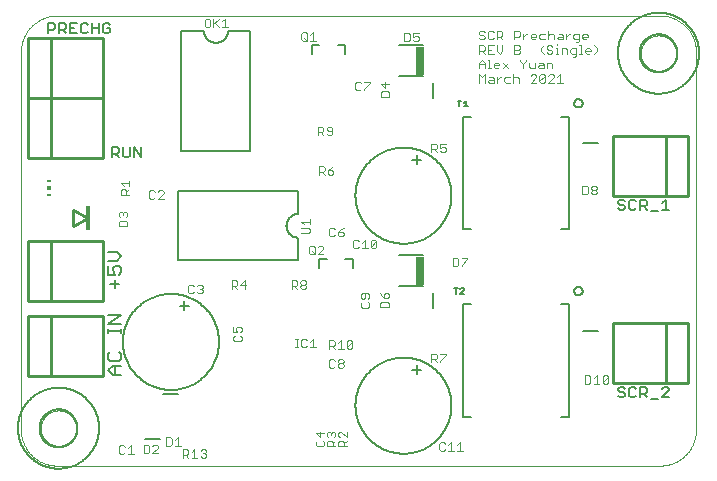
<source format=gto>
G75*
%MOIN*%
%OFA0B0*%
%FSLAX25Y25*%
%IPPOS*%
%LPD*%
%AMOC8*
5,1,8,0,0,1.08239X$1,22.5*
%
%ADD10C,0.00000*%
%ADD11C,0.00400*%
%ADD12C,0.00600*%
%ADD13C,0.00800*%
%ADD14R,0.02657X0.09646*%
%ADD15C,0.01000*%
%ADD16C,0.00700*%
%ADD17C,0.00500*%
%ADD18R,0.01181X0.08268*%
%ADD19R,0.01181X0.00591*%
%ADD20R,0.01181X0.01181*%
D10*
X0016500Y0005500D02*
X0217500Y0005500D01*
X0217790Y0005504D01*
X0218080Y0005514D01*
X0218369Y0005532D01*
X0218658Y0005556D01*
X0218946Y0005587D01*
X0219234Y0005626D01*
X0219520Y0005671D01*
X0219806Y0005724D01*
X0220089Y0005783D01*
X0220372Y0005849D01*
X0220652Y0005921D01*
X0220931Y0006001D01*
X0221208Y0006087D01*
X0221483Y0006180D01*
X0221755Y0006280D01*
X0222025Y0006386D01*
X0222292Y0006498D01*
X0222557Y0006618D01*
X0222818Y0006743D01*
X0223077Y0006875D01*
X0223332Y0007012D01*
X0223584Y0007156D01*
X0223832Y0007306D01*
X0224076Y0007462D01*
X0224317Y0007624D01*
X0224553Y0007792D01*
X0224786Y0007965D01*
X0225014Y0008144D01*
X0225238Y0008328D01*
X0225457Y0008518D01*
X0225672Y0008713D01*
X0225882Y0008913D01*
X0226087Y0009118D01*
X0226287Y0009328D01*
X0226482Y0009543D01*
X0226672Y0009762D01*
X0226856Y0009986D01*
X0227035Y0010214D01*
X0227208Y0010447D01*
X0227376Y0010683D01*
X0227538Y0010924D01*
X0227694Y0011168D01*
X0227844Y0011416D01*
X0227988Y0011668D01*
X0228125Y0011923D01*
X0228257Y0012182D01*
X0228382Y0012443D01*
X0228502Y0012708D01*
X0228614Y0012975D01*
X0228720Y0013245D01*
X0228820Y0013517D01*
X0228913Y0013792D01*
X0228999Y0014069D01*
X0229079Y0014348D01*
X0229151Y0014628D01*
X0229217Y0014911D01*
X0229276Y0015194D01*
X0229329Y0015480D01*
X0229374Y0015766D01*
X0229413Y0016054D01*
X0229444Y0016342D01*
X0229468Y0016631D01*
X0229486Y0016920D01*
X0229496Y0017210D01*
X0229500Y0017500D01*
X0229500Y0143500D01*
X0229496Y0143790D01*
X0229486Y0144080D01*
X0229468Y0144369D01*
X0229444Y0144658D01*
X0229413Y0144946D01*
X0229374Y0145234D01*
X0229329Y0145520D01*
X0229276Y0145806D01*
X0229217Y0146089D01*
X0229151Y0146372D01*
X0229079Y0146652D01*
X0228999Y0146931D01*
X0228913Y0147208D01*
X0228820Y0147483D01*
X0228720Y0147755D01*
X0228614Y0148025D01*
X0228502Y0148292D01*
X0228382Y0148557D01*
X0228257Y0148818D01*
X0228125Y0149077D01*
X0227988Y0149332D01*
X0227844Y0149584D01*
X0227694Y0149832D01*
X0227538Y0150076D01*
X0227376Y0150317D01*
X0227208Y0150553D01*
X0227035Y0150786D01*
X0226856Y0151014D01*
X0226672Y0151238D01*
X0226482Y0151457D01*
X0226287Y0151672D01*
X0226087Y0151882D01*
X0225882Y0152087D01*
X0225672Y0152287D01*
X0225457Y0152482D01*
X0225238Y0152672D01*
X0225014Y0152856D01*
X0224786Y0153035D01*
X0224553Y0153208D01*
X0224317Y0153376D01*
X0224076Y0153538D01*
X0223832Y0153694D01*
X0223584Y0153844D01*
X0223332Y0153988D01*
X0223077Y0154125D01*
X0222818Y0154257D01*
X0222557Y0154382D01*
X0222292Y0154502D01*
X0222025Y0154614D01*
X0221755Y0154720D01*
X0221483Y0154820D01*
X0221208Y0154913D01*
X0220931Y0154999D01*
X0220652Y0155079D01*
X0220372Y0155151D01*
X0220089Y0155217D01*
X0219806Y0155276D01*
X0219520Y0155329D01*
X0219234Y0155374D01*
X0218946Y0155413D01*
X0218658Y0155444D01*
X0218369Y0155468D01*
X0218080Y0155486D01*
X0217790Y0155496D01*
X0217500Y0155500D01*
X0016500Y0155500D01*
X0016210Y0155496D01*
X0015920Y0155486D01*
X0015631Y0155468D01*
X0015342Y0155444D01*
X0015054Y0155413D01*
X0014766Y0155374D01*
X0014480Y0155329D01*
X0014194Y0155276D01*
X0013911Y0155217D01*
X0013628Y0155151D01*
X0013348Y0155079D01*
X0013069Y0154999D01*
X0012792Y0154913D01*
X0012517Y0154820D01*
X0012245Y0154720D01*
X0011975Y0154614D01*
X0011708Y0154502D01*
X0011443Y0154382D01*
X0011182Y0154257D01*
X0010923Y0154125D01*
X0010668Y0153988D01*
X0010416Y0153844D01*
X0010168Y0153694D01*
X0009924Y0153538D01*
X0009683Y0153376D01*
X0009447Y0153208D01*
X0009214Y0153035D01*
X0008986Y0152856D01*
X0008762Y0152672D01*
X0008543Y0152482D01*
X0008328Y0152287D01*
X0008118Y0152087D01*
X0007913Y0151882D01*
X0007713Y0151672D01*
X0007518Y0151457D01*
X0007328Y0151238D01*
X0007144Y0151014D01*
X0006965Y0150786D01*
X0006792Y0150553D01*
X0006624Y0150317D01*
X0006462Y0150076D01*
X0006306Y0149832D01*
X0006156Y0149584D01*
X0006012Y0149332D01*
X0005875Y0149077D01*
X0005743Y0148818D01*
X0005618Y0148557D01*
X0005498Y0148292D01*
X0005386Y0148025D01*
X0005280Y0147755D01*
X0005180Y0147483D01*
X0005087Y0147208D01*
X0005001Y0146931D01*
X0004921Y0146652D01*
X0004849Y0146372D01*
X0004783Y0146089D01*
X0004724Y0145806D01*
X0004671Y0145520D01*
X0004626Y0145234D01*
X0004587Y0144946D01*
X0004556Y0144658D01*
X0004532Y0144369D01*
X0004514Y0144080D01*
X0004504Y0143790D01*
X0004500Y0143500D01*
X0004500Y0017500D01*
X0004504Y0017210D01*
X0004514Y0016920D01*
X0004532Y0016631D01*
X0004556Y0016342D01*
X0004587Y0016054D01*
X0004626Y0015766D01*
X0004671Y0015480D01*
X0004724Y0015194D01*
X0004783Y0014911D01*
X0004849Y0014628D01*
X0004921Y0014348D01*
X0005001Y0014069D01*
X0005087Y0013792D01*
X0005180Y0013517D01*
X0005280Y0013245D01*
X0005386Y0012975D01*
X0005498Y0012708D01*
X0005618Y0012443D01*
X0005743Y0012182D01*
X0005875Y0011923D01*
X0006012Y0011668D01*
X0006156Y0011416D01*
X0006306Y0011168D01*
X0006462Y0010924D01*
X0006624Y0010683D01*
X0006792Y0010447D01*
X0006965Y0010214D01*
X0007144Y0009986D01*
X0007328Y0009762D01*
X0007518Y0009543D01*
X0007713Y0009328D01*
X0007913Y0009118D01*
X0008118Y0008913D01*
X0008328Y0008713D01*
X0008543Y0008518D01*
X0008762Y0008328D01*
X0008986Y0008144D01*
X0009214Y0007965D01*
X0009447Y0007792D01*
X0009683Y0007624D01*
X0009924Y0007462D01*
X0010168Y0007306D01*
X0010416Y0007156D01*
X0010668Y0007012D01*
X0010923Y0006875D01*
X0011182Y0006743D01*
X0011443Y0006618D01*
X0011708Y0006498D01*
X0011975Y0006386D01*
X0012245Y0006280D01*
X0012517Y0006180D01*
X0012792Y0006087D01*
X0013069Y0006001D01*
X0013348Y0005921D01*
X0013628Y0005849D01*
X0013911Y0005783D01*
X0014194Y0005724D01*
X0014480Y0005671D01*
X0014766Y0005626D01*
X0015054Y0005587D01*
X0015342Y0005556D01*
X0015631Y0005532D01*
X0015920Y0005514D01*
X0016210Y0005504D01*
X0016500Y0005500D01*
X0011094Y0018000D02*
X0011096Y0018153D01*
X0011102Y0018307D01*
X0011112Y0018460D01*
X0011126Y0018612D01*
X0011144Y0018765D01*
X0011166Y0018916D01*
X0011191Y0019067D01*
X0011221Y0019218D01*
X0011255Y0019368D01*
X0011292Y0019516D01*
X0011333Y0019664D01*
X0011378Y0019810D01*
X0011427Y0019956D01*
X0011480Y0020100D01*
X0011536Y0020242D01*
X0011596Y0020383D01*
X0011660Y0020523D01*
X0011727Y0020661D01*
X0011798Y0020797D01*
X0011873Y0020931D01*
X0011950Y0021063D01*
X0012032Y0021193D01*
X0012116Y0021321D01*
X0012204Y0021447D01*
X0012295Y0021570D01*
X0012389Y0021691D01*
X0012487Y0021809D01*
X0012587Y0021925D01*
X0012691Y0022038D01*
X0012797Y0022149D01*
X0012906Y0022257D01*
X0013018Y0022362D01*
X0013132Y0022463D01*
X0013250Y0022562D01*
X0013369Y0022658D01*
X0013491Y0022751D01*
X0013616Y0022840D01*
X0013743Y0022927D01*
X0013872Y0023009D01*
X0014003Y0023089D01*
X0014136Y0023165D01*
X0014271Y0023238D01*
X0014408Y0023307D01*
X0014547Y0023372D01*
X0014687Y0023434D01*
X0014829Y0023492D01*
X0014972Y0023547D01*
X0015117Y0023598D01*
X0015263Y0023645D01*
X0015410Y0023688D01*
X0015558Y0023727D01*
X0015707Y0023763D01*
X0015857Y0023794D01*
X0016008Y0023822D01*
X0016159Y0023846D01*
X0016312Y0023866D01*
X0016464Y0023882D01*
X0016617Y0023894D01*
X0016770Y0023902D01*
X0016923Y0023906D01*
X0017077Y0023906D01*
X0017230Y0023902D01*
X0017383Y0023894D01*
X0017536Y0023882D01*
X0017688Y0023866D01*
X0017841Y0023846D01*
X0017992Y0023822D01*
X0018143Y0023794D01*
X0018293Y0023763D01*
X0018442Y0023727D01*
X0018590Y0023688D01*
X0018737Y0023645D01*
X0018883Y0023598D01*
X0019028Y0023547D01*
X0019171Y0023492D01*
X0019313Y0023434D01*
X0019453Y0023372D01*
X0019592Y0023307D01*
X0019729Y0023238D01*
X0019864Y0023165D01*
X0019997Y0023089D01*
X0020128Y0023009D01*
X0020257Y0022927D01*
X0020384Y0022840D01*
X0020509Y0022751D01*
X0020631Y0022658D01*
X0020750Y0022562D01*
X0020868Y0022463D01*
X0020982Y0022362D01*
X0021094Y0022257D01*
X0021203Y0022149D01*
X0021309Y0022038D01*
X0021413Y0021925D01*
X0021513Y0021809D01*
X0021611Y0021691D01*
X0021705Y0021570D01*
X0021796Y0021447D01*
X0021884Y0021321D01*
X0021968Y0021193D01*
X0022050Y0021063D01*
X0022127Y0020931D01*
X0022202Y0020797D01*
X0022273Y0020661D01*
X0022340Y0020523D01*
X0022404Y0020383D01*
X0022464Y0020242D01*
X0022520Y0020100D01*
X0022573Y0019956D01*
X0022622Y0019810D01*
X0022667Y0019664D01*
X0022708Y0019516D01*
X0022745Y0019368D01*
X0022779Y0019218D01*
X0022809Y0019067D01*
X0022834Y0018916D01*
X0022856Y0018765D01*
X0022874Y0018612D01*
X0022888Y0018460D01*
X0022898Y0018307D01*
X0022904Y0018153D01*
X0022906Y0018000D01*
X0022904Y0017847D01*
X0022898Y0017693D01*
X0022888Y0017540D01*
X0022874Y0017388D01*
X0022856Y0017235D01*
X0022834Y0017084D01*
X0022809Y0016933D01*
X0022779Y0016782D01*
X0022745Y0016632D01*
X0022708Y0016484D01*
X0022667Y0016336D01*
X0022622Y0016190D01*
X0022573Y0016044D01*
X0022520Y0015900D01*
X0022464Y0015758D01*
X0022404Y0015617D01*
X0022340Y0015477D01*
X0022273Y0015339D01*
X0022202Y0015203D01*
X0022127Y0015069D01*
X0022050Y0014937D01*
X0021968Y0014807D01*
X0021884Y0014679D01*
X0021796Y0014553D01*
X0021705Y0014430D01*
X0021611Y0014309D01*
X0021513Y0014191D01*
X0021413Y0014075D01*
X0021309Y0013962D01*
X0021203Y0013851D01*
X0021094Y0013743D01*
X0020982Y0013638D01*
X0020868Y0013537D01*
X0020750Y0013438D01*
X0020631Y0013342D01*
X0020509Y0013249D01*
X0020384Y0013160D01*
X0020257Y0013073D01*
X0020128Y0012991D01*
X0019997Y0012911D01*
X0019864Y0012835D01*
X0019729Y0012762D01*
X0019592Y0012693D01*
X0019453Y0012628D01*
X0019313Y0012566D01*
X0019171Y0012508D01*
X0019028Y0012453D01*
X0018883Y0012402D01*
X0018737Y0012355D01*
X0018590Y0012312D01*
X0018442Y0012273D01*
X0018293Y0012237D01*
X0018143Y0012206D01*
X0017992Y0012178D01*
X0017841Y0012154D01*
X0017688Y0012134D01*
X0017536Y0012118D01*
X0017383Y0012106D01*
X0017230Y0012098D01*
X0017077Y0012094D01*
X0016923Y0012094D01*
X0016770Y0012098D01*
X0016617Y0012106D01*
X0016464Y0012118D01*
X0016312Y0012134D01*
X0016159Y0012154D01*
X0016008Y0012178D01*
X0015857Y0012206D01*
X0015707Y0012237D01*
X0015558Y0012273D01*
X0015410Y0012312D01*
X0015263Y0012355D01*
X0015117Y0012402D01*
X0014972Y0012453D01*
X0014829Y0012508D01*
X0014687Y0012566D01*
X0014547Y0012628D01*
X0014408Y0012693D01*
X0014271Y0012762D01*
X0014136Y0012835D01*
X0014003Y0012911D01*
X0013872Y0012991D01*
X0013743Y0013073D01*
X0013616Y0013160D01*
X0013491Y0013249D01*
X0013369Y0013342D01*
X0013250Y0013438D01*
X0013132Y0013537D01*
X0013018Y0013638D01*
X0012906Y0013743D01*
X0012797Y0013851D01*
X0012691Y0013962D01*
X0012587Y0014075D01*
X0012487Y0014191D01*
X0012389Y0014309D01*
X0012295Y0014430D01*
X0012204Y0014553D01*
X0012116Y0014679D01*
X0012032Y0014807D01*
X0011950Y0014937D01*
X0011873Y0015069D01*
X0011798Y0015203D01*
X0011727Y0015339D01*
X0011660Y0015477D01*
X0011596Y0015617D01*
X0011536Y0015758D01*
X0011480Y0015900D01*
X0011427Y0016044D01*
X0011378Y0016190D01*
X0011333Y0016336D01*
X0011292Y0016484D01*
X0011255Y0016632D01*
X0011221Y0016782D01*
X0011191Y0016933D01*
X0011166Y0017084D01*
X0011144Y0017235D01*
X0011126Y0017388D01*
X0011112Y0017540D01*
X0011102Y0017693D01*
X0011096Y0017847D01*
X0011094Y0018000D01*
X0211094Y0143000D02*
X0211096Y0143153D01*
X0211102Y0143307D01*
X0211112Y0143460D01*
X0211126Y0143612D01*
X0211144Y0143765D01*
X0211166Y0143916D01*
X0211191Y0144067D01*
X0211221Y0144218D01*
X0211255Y0144368D01*
X0211292Y0144516D01*
X0211333Y0144664D01*
X0211378Y0144810D01*
X0211427Y0144956D01*
X0211480Y0145100D01*
X0211536Y0145242D01*
X0211596Y0145383D01*
X0211660Y0145523D01*
X0211727Y0145661D01*
X0211798Y0145797D01*
X0211873Y0145931D01*
X0211950Y0146063D01*
X0212032Y0146193D01*
X0212116Y0146321D01*
X0212204Y0146447D01*
X0212295Y0146570D01*
X0212389Y0146691D01*
X0212487Y0146809D01*
X0212587Y0146925D01*
X0212691Y0147038D01*
X0212797Y0147149D01*
X0212906Y0147257D01*
X0213018Y0147362D01*
X0213132Y0147463D01*
X0213250Y0147562D01*
X0213369Y0147658D01*
X0213491Y0147751D01*
X0213616Y0147840D01*
X0213743Y0147927D01*
X0213872Y0148009D01*
X0214003Y0148089D01*
X0214136Y0148165D01*
X0214271Y0148238D01*
X0214408Y0148307D01*
X0214547Y0148372D01*
X0214687Y0148434D01*
X0214829Y0148492D01*
X0214972Y0148547D01*
X0215117Y0148598D01*
X0215263Y0148645D01*
X0215410Y0148688D01*
X0215558Y0148727D01*
X0215707Y0148763D01*
X0215857Y0148794D01*
X0216008Y0148822D01*
X0216159Y0148846D01*
X0216312Y0148866D01*
X0216464Y0148882D01*
X0216617Y0148894D01*
X0216770Y0148902D01*
X0216923Y0148906D01*
X0217077Y0148906D01*
X0217230Y0148902D01*
X0217383Y0148894D01*
X0217536Y0148882D01*
X0217688Y0148866D01*
X0217841Y0148846D01*
X0217992Y0148822D01*
X0218143Y0148794D01*
X0218293Y0148763D01*
X0218442Y0148727D01*
X0218590Y0148688D01*
X0218737Y0148645D01*
X0218883Y0148598D01*
X0219028Y0148547D01*
X0219171Y0148492D01*
X0219313Y0148434D01*
X0219453Y0148372D01*
X0219592Y0148307D01*
X0219729Y0148238D01*
X0219864Y0148165D01*
X0219997Y0148089D01*
X0220128Y0148009D01*
X0220257Y0147927D01*
X0220384Y0147840D01*
X0220509Y0147751D01*
X0220631Y0147658D01*
X0220750Y0147562D01*
X0220868Y0147463D01*
X0220982Y0147362D01*
X0221094Y0147257D01*
X0221203Y0147149D01*
X0221309Y0147038D01*
X0221413Y0146925D01*
X0221513Y0146809D01*
X0221611Y0146691D01*
X0221705Y0146570D01*
X0221796Y0146447D01*
X0221884Y0146321D01*
X0221968Y0146193D01*
X0222050Y0146063D01*
X0222127Y0145931D01*
X0222202Y0145797D01*
X0222273Y0145661D01*
X0222340Y0145523D01*
X0222404Y0145383D01*
X0222464Y0145242D01*
X0222520Y0145100D01*
X0222573Y0144956D01*
X0222622Y0144810D01*
X0222667Y0144664D01*
X0222708Y0144516D01*
X0222745Y0144368D01*
X0222779Y0144218D01*
X0222809Y0144067D01*
X0222834Y0143916D01*
X0222856Y0143765D01*
X0222874Y0143612D01*
X0222888Y0143460D01*
X0222898Y0143307D01*
X0222904Y0143153D01*
X0222906Y0143000D01*
X0222904Y0142847D01*
X0222898Y0142693D01*
X0222888Y0142540D01*
X0222874Y0142388D01*
X0222856Y0142235D01*
X0222834Y0142084D01*
X0222809Y0141933D01*
X0222779Y0141782D01*
X0222745Y0141632D01*
X0222708Y0141484D01*
X0222667Y0141336D01*
X0222622Y0141190D01*
X0222573Y0141044D01*
X0222520Y0140900D01*
X0222464Y0140758D01*
X0222404Y0140617D01*
X0222340Y0140477D01*
X0222273Y0140339D01*
X0222202Y0140203D01*
X0222127Y0140069D01*
X0222050Y0139937D01*
X0221968Y0139807D01*
X0221884Y0139679D01*
X0221796Y0139553D01*
X0221705Y0139430D01*
X0221611Y0139309D01*
X0221513Y0139191D01*
X0221413Y0139075D01*
X0221309Y0138962D01*
X0221203Y0138851D01*
X0221094Y0138743D01*
X0220982Y0138638D01*
X0220868Y0138537D01*
X0220750Y0138438D01*
X0220631Y0138342D01*
X0220509Y0138249D01*
X0220384Y0138160D01*
X0220257Y0138073D01*
X0220128Y0137991D01*
X0219997Y0137911D01*
X0219864Y0137835D01*
X0219729Y0137762D01*
X0219592Y0137693D01*
X0219453Y0137628D01*
X0219313Y0137566D01*
X0219171Y0137508D01*
X0219028Y0137453D01*
X0218883Y0137402D01*
X0218737Y0137355D01*
X0218590Y0137312D01*
X0218442Y0137273D01*
X0218293Y0137237D01*
X0218143Y0137206D01*
X0217992Y0137178D01*
X0217841Y0137154D01*
X0217688Y0137134D01*
X0217536Y0137118D01*
X0217383Y0137106D01*
X0217230Y0137098D01*
X0217077Y0137094D01*
X0216923Y0137094D01*
X0216770Y0137098D01*
X0216617Y0137106D01*
X0216464Y0137118D01*
X0216312Y0137134D01*
X0216159Y0137154D01*
X0216008Y0137178D01*
X0215857Y0137206D01*
X0215707Y0137237D01*
X0215558Y0137273D01*
X0215410Y0137312D01*
X0215263Y0137355D01*
X0215117Y0137402D01*
X0214972Y0137453D01*
X0214829Y0137508D01*
X0214687Y0137566D01*
X0214547Y0137628D01*
X0214408Y0137693D01*
X0214271Y0137762D01*
X0214136Y0137835D01*
X0214003Y0137911D01*
X0213872Y0137991D01*
X0213743Y0138073D01*
X0213616Y0138160D01*
X0213491Y0138249D01*
X0213369Y0138342D01*
X0213250Y0138438D01*
X0213132Y0138537D01*
X0213018Y0138638D01*
X0212906Y0138743D01*
X0212797Y0138851D01*
X0212691Y0138962D01*
X0212587Y0139075D01*
X0212487Y0139191D01*
X0212389Y0139309D01*
X0212295Y0139430D01*
X0212204Y0139553D01*
X0212116Y0139679D01*
X0212032Y0139807D01*
X0211950Y0139937D01*
X0211873Y0140069D01*
X0211798Y0140203D01*
X0211727Y0140339D01*
X0211660Y0140477D01*
X0211596Y0140617D01*
X0211536Y0140758D01*
X0211480Y0140900D01*
X0211427Y0141044D01*
X0211378Y0141190D01*
X0211333Y0141336D01*
X0211292Y0141484D01*
X0211255Y0141632D01*
X0211221Y0141782D01*
X0211191Y0141933D01*
X0211166Y0142084D01*
X0211144Y0142235D01*
X0211126Y0142388D01*
X0211112Y0142540D01*
X0211102Y0142693D01*
X0211096Y0142847D01*
X0211094Y0143000D01*
D11*
X0196439Y0143734D02*
X0196439Y0144668D01*
X0195505Y0145602D01*
X0194426Y0144201D02*
X0193959Y0144668D01*
X0193025Y0144668D01*
X0192558Y0144201D01*
X0192558Y0143267D01*
X0193025Y0142800D01*
X0193959Y0142800D01*
X0194426Y0143734D02*
X0192558Y0143734D01*
X0191528Y0142800D02*
X0190594Y0142800D01*
X0191061Y0142800D02*
X0191061Y0145602D01*
X0190594Y0145602D01*
X0190031Y0146666D02*
X0190498Y0147133D01*
X0190498Y0149468D01*
X0189097Y0149468D01*
X0188630Y0149001D01*
X0188630Y0148067D01*
X0189097Y0147600D01*
X0190498Y0147600D01*
X0190031Y0146666D02*
X0189564Y0146666D01*
X0189516Y0144668D02*
X0188114Y0144668D01*
X0187647Y0144201D01*
X0187647Y0143267D01*
X0188114Y0142800D01*
X0189516Y0142800D01*
X0189516Y0142333D02*
X0189516Y0144668D01*
X0186569Y0144201D02*
X0186569Y0142800D01*
X0186569Y0144201D02*
X0186102Y0144668D01*
X0184701Y0144668D01*
X0184701Y0142800D01*
X0183671Y0142800D02*
X0182736Y0142800D01*
X0183204Y0142800D02*
X0183204Y0144668D01*
X0182736Y0144668D01*
X0183204Y0145602D02*
X0183204Y0146069D01*
X0183695Y0147600D02*
X0183228Y0148067D01*
X0183695Y0148534D01*
X0185096Y0148534D01*
X0185096Y0149001D02*
X0185096Y0147600D01*
X0183695Y0147600D01*
X0182149Y0147600D02*
X0182149Y0149001D01*
X0181682Y0149468D01*
X0180748Y0149468D01*
X0180281Y0149001D01*
X0179203Y0149468D02*
X0177802Y0149468D01*
X0177335Y0149001D01*
X0177335Y0148067D01*
X0177802Y0147600D01*
X0179203Y0147600D01*
X0180281Y0147600D02*
X0180281Y0150402D01*
X0183695Y0149468D02*
X0184629Y0149468D01*
X0185096Y0149001D01*
X0186174Y0148534D02*
X0187108Y0149468D01*
X0187575Y0149468D01*
X0186174Y0149468D02*
X0186174Y0147600D01*
X0181658Y0145135D02*
X0181191Y0145602D01*
X0180257Y0145602D01*
X0179790Y0145135D01*
X0179790Y0144668D01*
X0180257Y0144201D01*
X0181191Y0144201D01*
X0181658Y0143734D01*
X0181658Y0143267D01*
X0181191Y0142800D01*
X0180257Y0142800D01*
X0179790Y0143267D01*
X0178760Y0142800D02*
X0177826Y0143734D01*
X0177826Y0144668D01*
X0178760Y0145602D01*
X0175789Y0147600D02*
X0174855Y0147600D01*
X0174388Y0148067D01*
X0174388Y0149001D01*
X0174855Y0149468D01*
X0175789Y0149468D01*
X0176256Y0149001D01*
X0176256Y0148534D01*
X0174388Y0148534D01*
X0173334Y0149468D02*
X0172867Y0149468D01*
X0171933Y0148534D01*
X0171933Y0147600D02*
X0171933Y0149468D01*
X0170854Y0149001D02*
X0170387Y0148534D01*
X0168986Y0148534D01*
X0168986Y0147600D02*
X0168986Y0150402D01*
X0170387Y0150402D01*
X0170854Y0149935D01*
X0170854Y0149001D01*
X0170387Y0145602D02*
X0170854Y0145135D01*
X0170854Y0144668D01*
X0170387Y0144201D01*
X0168986Y0144201D01*
X0168986Y0142800D02*
X0170387Y0142800D01*
X0170854Y0143267D01*
X0170854Y0143734D01*
X0170387Y0144201D01*
X0170387Y0145602D02*
X0168986Y0145602D01*
X0168986Y0142800D01*
X0170950Y0140802D02*
X0170950Y0140335D01*
X0171885Y0139401D01*
X0171885Y0138000D01*
X0171885Y0139401D02*
X0172819Y0140335D01*
X0172819Y0140802D01*
X0173897Y0139868D02*
X0173897Y0138467D01*
X0174364Y0138000D01*
X0175765Y0138000D01*
X0175765Y0139868D01*
X0177311Y0139868D02*
X0178245Y0139868D01*
X0178712Y0139401D01*
X0178712Y0138000D01*
X0177311Y0138000D01*
X0176843Y0138467D01*
X0177311Y0138934D01*
X0178712Y0138934D01*
X0179790Y0138000D02*
X0179790Y0139868D01*
X0181191Y0139868D01*
X0181658Y0139401D01*
X0181658Y0138000D01*
X0181682Y0136002D02*
X0180748Y0136002D01*
X0180281Y0135535D01*
X0179203Y0135535D02*
X0179203Y0133667D01*
X0178736Y0133200D01*
X0177802Y0133200D01*
X0177335Y0133667D01*
X0179203Y0135535D01*
X0178736Y0136002D01*
X0177802Y0136002D01*
X0177335Y0135535D01*
X0177335Y0133667D01*
X0176256Y0133200D02*
X0174388Y0133200D01*
X0176256Y0135068D01*
X0176256Y0135535D01*
X0175789Y0136002D01*
X0174855Y0136002D01*
X0174388Y0135535D01*
X0170363Y0134601D02*
X0170363Y0133200D01*
X0170363Y0134601D02*
X0169896Y0135068D01*
X0168962Y0135068D01*
X0168495Y0134601D01*
X0167417Y0135068D02*
X0166016Y0135068D01*
X0165548Y0134601D01*
X0165548Y0133667D01*
X0166016Y0133200D01*
X0167417Y0133200D01*
X0168495Y0133200D02*
X0168495Y0136002D01*
X0166926Y0138000D02*
X0165057Y0139868D01*
X0163979Y0139401D02*
X0163979Y0138934D01*
X0162111Y0138934D01*
X0162111Y0138467D02*
X0162111Y0139401D01*
X0162578Y0139868D01*
X0163512Y0139868D01*
X0163979Y0139401D01*
X0163512Y0138000D02*
X0162578Y0138000D01*
X0162111Y0138467D01*
X0161081Y0138000D02*
X0160147Y0138000D01*
X0160614Y0138000D02*
X0160614Y0140802D01*
X0160147Y0140802D01*
X0159068Y0139868D02*
X0159068Y0138000D01*
X0159068Y0139401D02*
X0157200Y0139401D01*
X0157200Y0139868D02*
X0158134Y0140802D01*
X0159068Y0139868D01*
X0157200Y0139868D02*
X0157200Y0138000D01*
X0157200Y0136002D02*
X0158134Y0135068D01*
X0159068Y0136002D01*
X0159068Y0133200D01*
X0160147Y0133667D02*
X0160614Y0134134D01*
X0162015Y0134134D01*
X0162015Y0134601D02*
X0162015Y0133200D01*
X0160614Y0133200D01*
X0160147Y0133667D01*
X0160614Y0135068D02*
X0161548Y0135068D01*
X0162015Y0134601D01*
X0163093Y0134134D02*
X0164027Y0135068D01*
X0164494Y0135068D01*
X0163093Y0135068D02*
X0163093Y0133200D01*
X0157200Y0133200D02*
X0157200Y0136002D01*
X0165057Y0138000D02*
X0166926Y0139868D01*
X0164027Y0142800D02*
X0163093Y0143734D01*
X0163093Y0145602D01*
X0162015Y0145602D02*
X0160147Y0145602D01*
X0160147Y0142800D01*
X0162015Y0142800D01*
X0161081Y0144201D02*
X0160147Y0144201D01*
X0159068Y0144201D02*
X0158601Y0143734D01*
X0157200Y0143734D01*
X0157200Y0142800D02*
X0157200Y0145602D01*
X0158601Y0145602D01*
X0159068Y0145135D01*
X0159068Y0144201D01*
X0158134Y0143734D02*
X0159068Y0142800D01*
X0158601Y0147600D02*
X0157667Y0147600D01*
X0157200Y0148067D01*
X0157667Y0149001D02*
X0158601Y0149001D01*
X0159068Y0148534D01*
X0159068Y0148067D01*
X0158601Y0147600D01*
X0160147Y0148067D02*
X0160147Y0149935D01*
X0160614Y0150402D01*
X0161548Y0150402D01*
X0162015Y0149935D01*
X0163093Y0150402D02*
X0163093Y0147600D01*
X0163093Y0148534D02*
X0164494Y0148534D01*
X0164961Y0149001D01*
X0164961Y0149935D01*
X0164494Y0150402D01*
X0163093Y0150402D01*
X0164027Y0148534D02*
X0164961Y0147600D01*
X0164961Y0145602D02*
X0164961Y0143734D01*
X0164027Y0142800D01*
X0161548Y0147600D02*
X0160614Y0147600D01*
X0160147Y0148067D01*
X0161548Y0147600D02*
X0162015Y0148067D01*
X0159068Y0149935D02*
X0158601Y0150402D01*
X0157667Y0150402D01*
X0157200Y0149935D01*
X0157200Y0149468D01*
X0157667Y0149001D01*
X0137015Y0148351D02*
X0137015Y0147417D01*
X0136548Y0146950D01*
X0135614Y0146950D01*
X0135147Y0147417D01*
X0135147Y0148351D02*
X0136081Y0148818D01*
X0136548Y0148818D01*
X0137015Y0148351D01*
X0137015Y0149752D02*
X0135147Y0149752D01*
X0135147Y0148351D01*
X0134068Y0147417D02*
X0134068Y0149285D01*
X0133601Y0149752D01*
X0132200Y0149752D01*
X0132200Y0146950D01*
X0133601Y0146950D01*
X0134068Y0147417D01*
X0127231Y0132819D02*
X0124429Y0132819D01*
X0125830Y0131418D01*
X0125830Y0133286D01*
X0126764Y0130340D02*
X0124896Y0130340D01*
X0124429Y0129873D01*
X0124429Y0128472D01*
X0127231Y0128472D01*
X0127231Y0129873D01*
X0126764Y0130340D01*
X0120765Y0133035D02*
X0118897Y0131167D01*
X0118897Y0130700D01*
X0117818Y0131167D02*
X0117351Y0130700D01*
X0116417Y0130700D01*
X0115950Y0131167D01*
X0115950Y0133035D01*
X0116417Y0133502D01*
X0117351Y0133502D01*
X0117818Y0133035D01*
X0118897Y0133502D02*
X0120765Y0133502D01*
X0120765Y0133035D01*
X0107798Y0118502D02*
X0106864Y0118502D01*
X0106397Y0118035D01*
X0106397Y0117568D01*
X0106864Y0117101D01*
X0108265Y0117101D01*
X0108265Y0116167D02*
X0108265Y0118035D01*
X0107798Y0118502D01*
X0105318Y0118035D02*
X0105318Y0117101D01*
X0104851Y0116634D01*
X0103450Y0116634D01*
X0103450Y0115700D02*
X0103450Y0118502D01*
X0104851Y0118502D01*
X0105318Y0118035D01*
X0104384Y0116634D02*
X0105318Y0115700D01*
X0106397Y0116167D02*
X0106864Y0115700D01*
X0107798Y0115700D01*
X0108265Y0116167D01*
X0108622Y0105302D02*
X0107688Y0104835D01*
X0106753Y0103901D01*
X0108155Y0103901D01*
X0108622Y0103434D01*
X0108622Y0102967D01*
X0108155Y0102500D01*
X0107221Y0102500D01*
X0106753Y0102967D01*
X0106753Y0103901D01*
X0105675Y0103901D02*
X0105208Y0103434D01*
X0103807Y0103434D01*
X0103807Y0102500D02*
X0103807Y0105302D01*
X0105208Y0105302D01*
X0105675Y0104835D01*
X0105675Y0103901D01*
X0104741Y0103434D02*
X0105675Y0102500D01*
X0100800Y0087765D02*
X0100800Y0085897D01*
X0100800Y0086831D02*
X0097998Y0086831D01*
X0098932Y0085897D01*
X0097998Y0084818D02*
X0100333Y0084818D01*
X0100800Y0084351D01*
X0100800Y0083417D01*
X0100333Y0082950D01*
X0097998Y0082950D01*
X0100971Y0078752D02*
X0101905Y0078752D01*
X0102372Y0078285D01*
X0102372Y0076417D01*
X0101905Y0075950D01*
X0100971Y0075950D01*
X0100503Y0076417D01*
X0100503Y0078285D01*
X0100971Y0078752D01*
X0101438Y0076884D02*
X0102372Y0075950D01*
X0103450Y0075950D02*
X0105318Y0077818D01*
X0105318Y0078285D01*
X0104851Y0078752D01*
X0103917Y0078752D01*
X0103450Y0078285D01*
X0103450Y0075950D02*
X0105318Y0075950D01*
X0107667Y0081950D02*
X0107200Y0082417D01*
X0107200Y0084285D01*
X0107667Y0084752D01*
X0108601Y0084752D01*
X0109068Y0084285D01*
X0110147Y0083351D02*
X0110147Y0082417D01*
X0110614Y0081950D01*
X0111548Y0081950D01*
X0112015Y0082417D01*
X0112015Y0082884D01*
X0111548Y0083351D01*
X0110147Y0083351D01*
X0111081Y0084285D01*
X0112015Y0084752D01*
X0109068Y0082417D02*
X0108601Y0081950D01*
X0107667Y0081950D01*
X0115200Y0080285D02*
X0115200Y0078417D01*
X0115667Y0077950D01*
X0116601Y0077950D01*
X0117068Y0078417D01*
X0118147Y0077950D02*
X0120015Y0077950D01*
X0119081Y0077950D02*
X0119081Y0080752D01*
X0118147Y0079818D01*
X0117068Y0080285D02*
X0116601Y0080752D01*
X0115667Y0080752D01*
X0115200Y0080285D01*
X0121093Y0080285D02*
X0121093Y0078417D01*
X0122961Y0080285D01*
X0122961Y0078417D01*
X0122494Y0077950D01*
X0121560Y0077950D01*
X0121093Y0078417D01*
X0121093Y0080285D02*
X0121560Y0080752D01*
X0122494Y0080752D01*
X0122961Y0080285D01*
X0099515Y0066785D02*
X0099515Y0066318D01*
X0099048Y0065851D01*
X0098114Y0065851D01*
X0097647Y0066318D01*
X0097647Y0066785D01*
X0098114Y0067252D01*
X0099048Y0067252D01*
X0099515Y0066785D01*
X0099048Y0065851D02*
X0099515Y0065384D01*
X0099515Y0064917D01*
X0099048Y0064450D01*
X0098114Y0064450D01*
X0097647Y0064917D01*
X0097647Y0065384D01*
X0098114Y0065851D01*
X0096568Y0065851D02*
X0096101Y0065384D01*
X0094700Y0065384D01*
X0094700Y0064450D02*
X0094700Y0067252D01*
X0096101Y0067252D01*
X0096568Y0066785D01*
X0096568Y0065851D01*
X0095634Y0065384D02*
X0096568Y0064450D01*
X0079515Y0065851D02*
X0077647Y0065851D01*
X0079048Y0067252D01*
X0079048Y0064450D01*
X0076568Y0064450D02*
X0075634Y0065384D01*
X0076101Y0065384D02*
X0074700Y0065384D01*
X0074700Y0064450D02*
X0074700Y0067252D01*
X0076101Y0067252D01*
X0076568Y0066785D01*
X0076568Y0065851D01*
X0076101Y0065384D01*
X0065015Y0065285D02*
X0065015Y0064818D01*
X0064548Y0064351D01*
X0065015Y0063884D01*
X0065015Y0063417D01*
X0064548Y0062950D01*
X0063614Y0062950D01*
X0063147Y0063417D01*
X0062068Y0063417D02*
X0061601Y0062950D01*
X0060667Y0062950D01*
X0060200Y0063417D01*
X0060200Y0065285D01*
X0060667Y0065752D01*
X0061601Y0065752D01*
X0062068Y0065285D01*
X0063147Y0065285D02*
X0063614Y0065752D01*
X0064548Y0065752D01*
X0065015Y0065285D01*
X0064548Y0064351D02*
X0064081Y0064351D01*
X0075248Y0051765D02*
X0075248Y0049897D01*
X0076649Y0049897D01*
X0076182Y0050831D01*
X0076182Y0051298D01*
X0076649Y0051765D01*
X0077583Y0051765D01*
X0078050Y0051298D01*
X0078050Y0050364D01*
X0077583Y0049897D01*
X0077583Y0048818D02*
X0078050Y0048351D01*
X0078050Y0047417D01*
X0077583Y0046950D01*
X0075715Y0046950D01*
X0075248Y0047417D01*
X0075248Y0048351D01*
X0075715Y0048818D01*
X0095950Y0047752D02*
X0096884Y0047752D01*
X0096417Y0047752D02*
X0096417Y0044950D01*
X0095950Y0044950D02*
X0096884Y0044950D01*
X0097914Y0045417D02*
X0098381Y0044950D01*
X0099316Y0044950D01*
X0099783Y0045417D01*
X0100861Y0044950D02*
X0102729Y0044950D01*
X0101795Y0044950D02*
X0101795Y0047752D01*
X0100861Y0046818D01*
X0099783Y0047285D02*
X0099316Y0047752D01*
X0098381Y0047752D01*
X0097914Y0047285D01*
X0097914Y0045417D01*
X0107200Y0045384D02*
X0108601Y0045384D01*
X0109068Y0045851D01*
X0109068Y0046785D01*
X0108601Y0047252D01*
X0107200Y0047252D01*
X0107200Y0044450D01*
X0108134Y0045384D02*
X0109068Y0044450D01*
X0110147Y0044450D02*
X0112015Y0044450D01*
X0111081Y0044450D02*
X0111081Y0047252D01*
X0110147Y0046318D01*
X0113093Y0046785D02*
X0113560Y0047252D01*
X0114494Y0047252D01*
X0114961Y0046785D01*
X0113093Y0044917D01*
X0113560Y0044450D01*
X0114494Y0044450D01*
X0114961Y0044917D01*
X0114961Y0046785D01*
X0113093Y0046785D02*
X0113093Y0044917D01*
X0111548Y0041002D02*
X0112015Y0040535D01*
X0112015Y0040068D01*
X0111548Y0039601D01*
X0110614Y0039601D01*
X0110147Y0040068D01*
X0110147Y0040535D01*
X0110614Y0041002D01*
X0111548Y0041002D01*
X0111548Y0039601D02*
X0112015Y0039134D01*
X0112015Y0038667D01*
X0111548Y0038200D01*
X0110614Y0038200D01*
X0110147Y0038667D01*
X0110147Y0039134D01*
X0110614Y0039601D01*
X0109068Y0038667D02*
X0108601Y0038200D01*
X0107667Y0038200D01*
X0107200Y0038667D01*
X0107200Y0040535D01*
X0107667Y0041002D01*
X0108601Y0041002D01*
X0109068Y0040535D01*
X0118215Y0058200D02*
X0120083Y0058200D01*
X0120550Y0058667D01*
X0120550Y0059601D01*
X0120083Y0060068D01*
X0120083Y0061147D02*
X0120550Y0061614D01*
X0120550Y0062548D01*
X0120083Y0063015D01*
X0118215Y0063015D01*
X0117748Y0062548D01*
X0117748Y0061614D01*
X0118215Y0061147D01*
X0118682Y0061147D01*
X0119149Y0061614D01*
X0119149Y0063015D01*
X0118215Y0060068D02*
X0117748Y0059601D01*
X0117748Y0058667D01*
X0118215Y0058200D01*
X0124267Y0058285D02*
X0124267Y0059687D01*
X0124734Y0060154D01*
X0126602Y0060154D01*
X0127069Y0059687D01*
X0127069Y0058285D01*
X0124267Y0058285D01*
X0125668Y0061232D02*
X0125668Y0062633D01*
X0126135Y0063100D01*
X0126602Y0063100D01*
X0127069Y0062633D01*
X0127069Y0061699D01*
X0126602Y0061232D01*
X0125668Y0061232D01*
X0124734Y0062166D01*
X0124267Y0063100D01*
X0148450Y0071950D02*
X0149851Y0071950D01*
X0150318Y0072417D01*
X0150318Y0074285D01*
X0149851Y0074752D01*
X0148450Y0074752D01*
X0148450Y0071950D01*
X0151397Y0071950D02*
X0151397Y0072417D01*
X0153265Y0074285D01*
X0153265Y0074752D01*
X0151397Y0074752D01*
X0191619Y0095887D02*
X0193020Y0095887D01*
X0193488Y0096354D01*
X0193488Y0098222D01*
X0193020Y0098689D01*
X0191619Y0098689D01*
X0191619Y0095887D01*
X0194566Y0096354D02*
X0195033Y0095887D01*
X0195967Y0095887D01*
X0196434Y0096354D01*
X0196434Y0096821D01*
X0195967Y0097288D01*
X0195033Y0097288D01*
X0194566Y0097755D01*
X0194566Y0098222D01*
X0195033Y0098689D01*
X0195967Y0098689D01*
X0196434Y0098222D01*
X0196434Y0097755D01*
X0195967Y0097288D01*
X0195033Y0097288D02*
X0194566Y0096821D01*
X0194566Y0096354D01*
X0146122Y0110467D02*
X0145655Y0110000D01*
X0144721Y0110000D01*
X0144253Y0110467D01*
X0144253Y0111401D02*
X0145188Y0111868D01*
X0145655Y0111868D01*
X0146122Y0111401D01*
X0146122Y0110467D01*
X0144253Y0111401D02*
X0144253Y0112802D01*
X0146122Y0112802D01*
X0143175Y0112335D02*
X0143175Y0111401D01*
X0142708Y0110934D01*
X0141307Y0110934D01*
X0141307Y0110000D02*
X0141307Y0112802D01*
X0142708Y0112802D01*
X0143175Y0112335D01*
X0142241Y0110934D02*
X0143175Y0110000D01*
X0180281Y0133200D02*
X0182149Y0135068D01*
X0182149Y0135535D01*
X0181682Y0136002D01*
X0183228Y0135068D02*
X0184162Y0136002D01*
X0184162Y0133200D01*
X0183228Y0133200D02*
X0185096Y0133200D01*
X0182149Y0133200D02*
X0180281Y0133200D01*
X0188581Y0141866D02*
X0189049Y0141866D01*
X0189516Y0142333D01*
X0194426Y0143734D02*
X0194426Y0144201D01*
X0195505Y0142800D02*
X0196439Y0143734D01*
X0192977Y0147600D02*
X0192043Y0147600D01*
X0191576Y0148067D01*
X0191576Y0149001D01*
X0192043Y0149468D01*
X0192977Y0149468D01*
X0193444Y0149001D01*
X0193444Y0148534D01*
X0191576Y0148534D01*
X0102818Y0147200D02*
X0100950Y0147200D01*
X0101884Y0147200D02*
X0101884Y0150002D01*
X0100950Y0149068D01*
X0099872Y0149535D02*
X0099872Y0147667D01*
X0099405Y0147200D01*
X0098471Y0147200D01*
X0098003Y0147667D01*
X0098003Y0149535D01*
X0098471Y0150002D01*
X0099405Y0150002D01*
X0099872Y0149535D01*
X0098938Y0148134D02*
X0099872Y0147200D01*
X0073461Y0151700D02*
X0071593Y0151700D01*
X0072527Y0151700D02*
X0072527Y0154502D01*
X0071593Y0153568D01*
X0070515Y0154502D02*
X0068647Y0152634D01*
X0069114Y0153101D02*
X0070515Y0151700D01*
X0068647Y0151700D02*
X0068647Y0154502D01*
X0067568Y0154035D02*
X0067568Y0152167D01*
X0067101Y0151700D01*
X0066167Y0151700D01*
X0065700Y0152167D01*
X0065700Y0154035D01*
X0066167Y0154502D01*
X0067101Y0154502D01*
X0067568Y0154035D01*
X0040550Y0100515D02*
X0040550Y0098647D01*
X0040550Y0099581D02*
X0037748Y0099581D01*
X0038682Y0098647D01*
X0039149Y0097568D02*
X0039616Y0097101D01*
X0039616Y0095700D01*
X0040550Y0095700D02*
X0037748Y0095700D01*
X0037748Y0097101D01*
X0038215Y0097568D01*
X0039149Y0097568D01*
X0039616Y0096634D02*
X0040550Y0097568D01*
X0047200Y0096785D02*
X0047200Y0094917D01*
X0047667Y0094450D01*
X0048601Y0094450D01*
X0049068Y0094917D01*
X0050147Y0094450D02*
X0052015Y0096318D01*
X0052015Y0096785D01*
X0051548Y0097252D01*
X0050614Y0097252D01*
X0050147Y0096785D01*
X0049068Y0096785D02*
X0048601Y0097252D01*
X0047667Y0097252D01*
X0047200Y0096785D01*
X0050147Y0094450D02*
X0052015Y0094450D01*
X0039896Y0089654D02*
X0039896Y0088720D01*
X0039429Y0088253D01*
X0039429Y0087175D02*
X0037561Y0087175D01*
X0037094Y0086707D01*
X0037094Y0085306D01*
X0039896Y0085306D01*
X0039896Y0086707D01*
X0039429Y0087175D01*
X0037561Y0088253D02*
X0037094Y0088720D01*
X0037094Y0089654D01*
X0037561Y0090121D01*
X0038028Y0090121D01*
X0038495Y0089654D01*
X0038962Y0090121D01*
X0039429Y0090121D01*
X0039896Y0089654D01*
X0038495Y0089654D02*
X0038495Y0089187D01*
X0141307Y0042802D02*
X0141307Y0040000D01*
X0141307Y0040934D02*
X0142708Y0040934D01*
X0143175Y0041401D01*
X0143175Y0042335D01*
X0142708Y0042802D01*
X0141307Y0042802D01*
X0142241Y0040934D02*
X0143175Y0040000D01*
X0144253Y0040000D02*
X0144253Y0040467D01*
X0146122Y0042335D01*
X0146122Y0042802D01*
X0144253Y0042802D01*
X0113050Y0016765D02*
X0113050Y0014897D01*
X0111182Y0016765D01*
X0110715Y0016765D01*
X0110248Y0016298D01*
X0110248Y0015364D01*
X0110715Y0014897D01*
X0110715Y0013818D02*
X0111649Y0013818D01*
X0112116Y0013351D01*
X0112116Y0011950D01*
X0113050Y0011950D02*
X0110248Y0011950D01*
X0110248Y0013351D01*
X0110715Y0013818D01*
X0109300Y0013818D02*
X0108366Y0012884D01*
X0108366Y0013351D02*
X0108366Y0011950D01*
X0109300Y0011950D02*
X0106498Y0011950D01*
X0106498Y0013351D01*
X0106965Y0013818D01*
X0107899Y0013818D01*
X0108366Y0013351D01*
X0108833Y0014897D02*
X0109300Y0015364D01*
X0109300Y0016298D01*
X0108833Y0016765D01*
X0108366Y0016765D01*
X0107899Y0016298D01*
X0107899Y0015831D01*
X0107899Y0016298D02*
X0107432Y0016765D01*
X0106965Y0016765D01*
X0106498Y0016298D01*
X0106498Y0015364D01*
X0106965Y0014897D01*
X0105550Y0016298D02*
X0102748Y0016298D01*
X0104149Y0014897D01*
X0104149Y0016765D01*
X0105083Y0013818D02*
X0105550Y0013351D01*
X0105550Y0012417D01*
X0105083Y0011950D01*
X0103215Y0011950D01*
X0102748Y0012417D01*
X0102748Y0013351D01*
X0103215Y0013818D01*
X0112116Y0012884D02*
X0113050Y0013818D01*
X0143950Y0012785D02*
X0143950Y0010917D01*
X0144417Y0010450D01*
X0145351Y0010450D01*
X0145818Y0010917D01*
X0146897Y0010450D02*
X0148765Y0010450D01*
X0147831Y0010450D02*
X0147831Y0013252D01*
X0146897Y0012318D01*
X0145818Y0012785D02*
X0145351Y0013252D01*
X0144417Y0013252D01*
X0143950Y0012785D01*
X0149843Y0012318D02*
X0150777Y0013252D01*
X0150777Y0010450D01*
X0149843Y0010450D02*
X0151711Y0010450D01*
X0192472Y0032769D02*
X0193873Y0032769D01*
X0194340Y0033236D01*
X0194340Y0035104D01*
X0193873Y0035571D01*
X0192472Y0035571D01*
X0192472Y0032769D01*
X0195418Y0032769D02*
X0197286Y0032769D01*
X0196352Y0032769D02*
X0196352Y0035571D01*
X0195418Y0034637D01*
X0198365Y0035104D02*
X0198365Y0033236D01*
X0200233Y0035104D01*
X0200233Y0033236D01*
X0199766Y0032769D01*
X0198832Y0032769D01*
X0198365Y0033236D01*
X0198365Y0035104D02*
X0198832Y0035571D01*
X0199766Y0035571D01*
X0200233Y0035104D01*
X0066211Y0010535D02*
X0066211Y0010068D01*
X0065744Y0009601D01*
X0066211Y0009134D01*
X0066211Y0008667D01*
X0065744Y0008200D01*
X0064810Y0008200D01*
X0064343Y0008667D01*
X0063265Y0008200D02*
X0061397Y0008200D01*
X0062331Y0008200D02*
X0062331Y0011002D01*
X0061397Y0010068D01*
X0060318Y0009601D02*
X0059851Y0009134D01*
X0058450Y0009134D01*
X0058450Y0008200D02*
X0058450Y0011002D01*
X0059851Y0011002D01*
X0060318Y0010535D01*
X0060318Y0009601D01*
X0059384Y0009134D02*
X0060318Y0008200D01*
X0064343Y0010535D02*
X0064810Y0011002D01*
X0065744Y0011002D01*
X0066211Y0010535D01*
X0065744Y0009601D02*
X0065277Y0009601D01*
X0057684Y0012137D02*
X0055816Y0012137D01*
X0056750Y0012137D02*
X0056750Y0014939D01*
X0055816Y0014005D01*
X0054738Y0014472D02*
X0054738Y0012604D01*
X0054270Y0012137D01*
X0052869Y0012137D01*
X0052869Y0014939D01*
X0054270Y0014939D01*
X0054738Y0014472D01*
X0050184Y0011972D02*
X0049717Y0012439D01*
X0048783Y0012439D01*
X0048316Y0011972D01*
X0047238Y0011972D02*
X0046770Y0012439D01*
X0045369Y0012439D01*
X0045369Y0009637D01*
X0046770Y0009637D01*
X0047238Y0010104D01*
X0047238Y0011972D01*
X0048316Y0009637D02*
X0050184Y0011505D01*
X0050184Y0011972D01*
X0050184Y0009637D02*
X0048316Y0009637D01*
X0042015Y0009450D02*
X0040147Y0009450D01*
X0041081Y0009450D02*
X0041081Y0012252D01*
X0040147Y0011318D01*
X0039068Y0011785D02*
X0038601Y0012252D01*
X0037667Y0012252D01*
X0037200Y0011785D01*
X0037200Y0009917D01*
X0037667Y0009450D01*
X0038601Y0009450D01*
X0039068Y0009917D01*
D12*
X0003500Y0018000D02*
X0003504Y0018331D01*
X0003516Y0018662D01*
X0003537Y0018993D01*
X0003565Y0019323D01*
X0003602Y0019653D01*
X0003646Y0019981D01*
X0003699Y0020308D01*
X0003759Y0020634D01*
X0003828Y0020958D01*
X0003905Y0021280D01*
X0003989Y0021601D01*
X0004081Y0021919D01*
X0004181Y0022235D01*
X0004289Y0022548D01*
X0004405Y0022859D01*
X0004528Y0023166D01*
X0004658Y0023471D01*
X0004796Y0023772D01*
X0004941Y0024070D01*
X0005094Y0024364D01*
X0005254Y0024654D01*
X0005421Y0024940D01*
X0005594Y0025222D01*
X0005775Y0025500D01*
X0005963Y0025773D01*
X0006157Y0026042D01*
X0006357Y0026306D01*
X0006564Y0026564D01*
X0006778Y0026818D01*
X0006997Y0027066D01*
X0007223Y0027309D01*
X0007454Y0027546D01*
X0007691Y0027777D01*
X0007934Y0028003D01*
X0008182Y0028222D01*
X0008436Y0028436D01*
X0008694Y0028643D01*
X0008958Y0028843D01*
X0009227Y0029037D01*
X0009500Y0029225D01*
X0009778Y0029406D01*
X0010060Y0029579D01*
X0010346Y0029746D01*
X0010636Y0029906D01*
X0010930Y0030059D01*
X0011228Y0030204D01*
X0011529Y0030342D01*
X0011834Y0030472D01*
X0012141Y0030595D01*
X0012452Y0030711D01*
X0012765Y0030819D01*
X0013081Y0030919D01*
X0013399Y0031011D01*
X0013720Y0031095D01*
X0014042Y0031172D01*
X0014366Y0031241D01*
X0014692Y0031301D01*
X0015019Y0031354D01*
X0015347Y0031398D01*
X0015677Y0031435D01*
X0016007Y0031463D01*
X0016338Y0031484D01*
X0016669Y0031496D01*
X0017000Y0031500D01*
X0017331Y0031496D01*
X0017662Y0031484D01*
X0017993Y0031463D01*
X0018323Y0031435D01*
X0018653Y0031398D01*
X0018981Y0031354D01*
X0019308Y0031301D01*
X0019634Y0031241D01*
X0019958Y0031172D01*
X0020280Y0031095D01*
X0020601Y0031011D01*
X0020919Y0030919D01*
X0021235Y0030819D01*
X0021548Y0030711D01*
X0021859Y0030595D01*
X0022166Y0030472D01*
X0022471Y0030342D01*
X0022772Y0030204D01*
X0023070Y0030059D01*
X0023364Y0029906D01*
X0023654Y0029746D01*
X0023940Y0029579D01*
X0024222Y0029406D01*
X0024500Y0029225D01*
X0024773Y0029037D01*
X0025042Y0028843D01*
X0025306Y0028643D01*
X0025564Y0028436D01*
X0025818Y0028222D01*
X0026066Y0028003D01*
X0026309Y0027777D01*
X0026546Y0027546D01*
X0026777Y0027309D01*
X0027003Y0027066D01*
X0027222Y0026818D01*
X0027436Y0026564D01*
X0027643Y0026306D01*
X0027843Y0026042D01*
X0028037Y0025773D01*
X0028225Y0025500D01*
X0028406Y0025222D01*
X0028579Y0024940D01*
X0028746Y0024654D01*
X0028906Y0024364D01*
X0029059Y0024070D01*
X0029204Y0023772D01*
X0029342Y0023471D01*
X0029472Y0023166D01*
X0029595Y0022859D01*
X0029711Y0022548D01*
X0029819Y0022235D01*
X0029919Y0021919D01*
X0030011Y0021601D01*
X0030095Y0021280D01*
X0030172Y0020958D01*
X0030241Y0020634D01*
X0030301Y0020308D01*
X0030354Y0019981D01*
X0030398Y0019653D01*
X0030435Y0019323D01*
X0030463Y0018993D01*
X0030484Y0018662D01*
X0030496Y0018331D01*
X0030500Y0018000D01*
X0030496Y0017669D01*
X0030484Y0017338D01*
X0030463Y0017007D01*
X0030435Y0016677D01*
X0030398Y0016347D01*
X0030354Y0016019D01*
X0030301Y0015692D01*
X0030241Y0015366D01*
X0030172Y0015042D01*
X0030095Y0014720D01*
X0030011Y0014399D01*
X0029919Y0014081D01*
X0029819Y0013765D01*
X0029711Y0013452D01*
X0029595Y0013141D01*
X0029472Y0012834D01*
X0029342Y0012529D01*
X0029204Y0012228D01*
X0029059Y0011930D01*
X0028906Y0011636D01*
X0028746Y0011346D01*
X0028579Y0011060D01*
X0028406Y0010778D01*
X0028225Y0010500D01*
X0028037Y0010227D01*
X0027843Y0009958D01*
X0027643Y0009694D01*
X0027436Y0009436D01*
X0027222Y0009182D01*
X0027003Y0008934D01*
X0026777Y0008691D01*
X0026546Y0008454D01*
X0026309Y0008223D01*
X0026066Y0007997D01*
X0025818Y0007778D01*
X0025564Y0007564D01*
X0025306Y0007357D01*
X0025042Y0007157D01*
X0024773Y0006963D01*
X0024500Y0006775D01*
X0024222Y0006594D01*
X0023940Y0006421D01*
X0023654Y0006254D01*
X0023364Y0006094D01*
X0023070Y0005941D01*
X0022772Y0005796D01*
X0022471Y0005658D01*
X0022166Y0005528D01*
X0021859Y0005405D01*
X0021548Y0005289D01*
X0021235Y0005181D01*
X0020919Y0005081D01*
X0020601Y0004989D01*
X0020280Y0004905D01*
X0019958Y0004828D01*
X0019634Y0004759D01*
X0019308Y0004699D01*
X0018981Y0004646D01*
X0018653Y0004602D01*
X0018323Y0004565D01*
X0017993Y0004537D01*
X0017662Y0004516D01*
X0017331Y0004504D01*
X0017000Y0004500D01*
X0016669Y0004504D01*
X0016338Y0004516D01*
X0016007Y0004537D01*
X0015677Y0004565D01*
X0015347Y0004602D01*
X0015019Y0004646D01*
X0014692Y0004699D01*
X0014366Y0004759D01*
X0014042Y0004828D01*
X0013720Y0004905D01*
X0013399Y0004989D01*
X0013081Y0005081D01*
X0012765Y0005181D01*
X0012452Y0005289D01*
X0012141Y0005405D01*
X0011834Y0005528D01*
X0011529Y0005658D01*
X0011228Y0005796D01*
X0010930Y0005941D01*
X0010636Y0006094D01*
X0010346Y0006254D01*
X0010060Y0006421D01*
X0009778Y0006594D01*
X0009500Y0006775D01*
X0009227Y0006963D01*
X0008958Y0007157D01*
X0008694Y0007357D01*
X0008436Y0007564D01*
X0008182Y0007778D01*
X0007934Y0007997D01*
X0007691Y0008223D01*
X0007454Y0008454D01*
X0007223Y0008691D01*
X0006997Y0008934D01*
X0006778Y0009182D01*
X0006564Y0009436D01*
X0006357Y0009694D01*
X0006157Y0009958D01*
X0005963Y0010227D01*
X0005775Y0010500D01*
X0005594Y0010778D01*
X0005421Y0011060D01*
X0005254Y0011346D01*
X0005094Y0011636D01*
X0004941Y0011930D01*
X0004796Y0012228D01*
X0004658Y0012529D01*
X0004528Y0012834D01*
X0004405Y0013141D01*
X0004289Y0013452D01*
X0004181Y0013765D01*
X0004081Y0014081D01*
X0003989Y0014399D01*
X0003905Y0014720D01*
X0003828Y0015042D01*
X0003759Y0015366D01*
X0003699Y0015692D01*
X0003646Y0016019D01*
X0003602Y0016347D01*
X0003565Y0016677D01*
X0003537Y0017007D01*
X0003516Y0017338D01*
X0003504Y0017669D01*
X0003500Y0018000D01*
X0038500Y0046750D02*
X0038505Y0047143D01*
X0038519Y0047535D01*
X0038543Y0047927D01*
X0038577Y0048318D01*
X0038620Y0048709D01*
X0038673Y0049098D01*
X0038736Y0049485D01*
X0038807Y0049871D01*
X0038889Y0050256D01*
X0038979Y0050638D01*
X0039080Y0051017D01*
X0039189Y0051395D01*
X0039308Y0051769D01*
X0039435Y0052140D01*
X0039572Y0052508D01*
X0039718Y0052873D01*
X0039873Y0053234D01*
X0040036Y0053591D01*
X0040208Y0053944D01*
X0040389Y0054292D01*
X0040579Y0054636D01*
X0040776Y0054976D01*
X0040982Y0055310D01*
X0041196Y0055639D01*
X0041419Y0055963D01*
X0041649Y0056281D01*
X0041886Y0056594D01*
X0042132Y0056900D01*
X0042385Y0057201D01*
X0042645Y0057495D01*
X0042912Y0057783D01*
X0043186Y0058064D01*
X0043467Y0058338D01*
X0043755Y0058605D01*
X0044049Y0058865D01*
X0044350Y0059118D01*
X0044656Y0059364D01*
X0044969Y0059601D01*
X0045287Y0059831D01*
X0045611Y0060054D01*
X0045940Y0060268D01*
X0046274Y0060474D01*
X0046614Y0060671D01*
X0046958Y0060861D01*
X0047306Y0061042D01*
X0047659Y0061214D01*
X0048016Y0061377D01*
X0048377Y0061532D01*
X0048742Y0061678D01*
X0049110Y0061815D01*
X0049481Y0061942D01*
X0049855Y0062061D01*
X0050233Y0062170D01*
X0050612Y0062271D01*
X0050994Y0062361D01*
X0051379Y0062443D01*
X0051765Y0062514D01*
X0052152Y0062577D01*
X0052541Y0062630D01*
X0052932Y0062673D01*
X0053323Y0062707D01*
X0053715Y0062731D01*
X0054107Y0062745D01*
X0054500Y0062750D01*
X0054893Y0062745D01*
X0055285Y0062731D01*
X0055677Y0062707D01*
X0056068Y0062673D01*
X0056459Y0062630D01*
X0056848Y0062577D01*
X0057235Y0062514D01*
X0057621Y0062443D01*
X0058006Y0062361D01*
X0058388Y0062271D01*
X0058767Y0062170D01*
X0059145Y0062061D01*
X0059519Y0061942D01*
X0059890Y0061815D01*
X0060258Y0061678D01*
X0060623Y0061532D01*
X0060984Y0061377D01*
X0061341Y0061214D01*
X0061694Y0061042D01*
X0062042Y0060861D01*
X0062386Y0060671D01*
X0062726Y0060474D01*
X0063060Y0060268D01*
X0063389Y0060054D01*
X0063713Y0059831D01*
X0064031Y0059601D01*
X0064344Y0059364D01*
X0064650Y0059118D01*
X0064951Y0058865D01*
X0065245Y0058605D01*
X0065533Y0058338D01*
X0065814Y0058064D01*
X0066088Y0057783D01*
X0066355Y0057495D01*
X0066615Y0057201D01*
X0066868Y0056900D01*
X0067114Y0056594D01*
X0067351Y0056281D01*
X0067581Y0055963D01*
X0067804Y0055639D01*
X0068018Y0055310D01*
X0068224Y0054976D01*
X0068421Y0054636D01*
X0068611Y0054292D01*
X0068792Y0053944D01*
X0068964Y0053591D01*
X0069127Y0053234D01*
X0069282Y0052873D01*
X0069428Y0052508D01*
X0069565Y0052140D01*
X0069692Y0051769D01*
X0069811Y0051395D01*
X0069920Y0051017D01*
X0070021Y0050638D01*
X0070111Y0050256D01*
X0070193Y0049871D01*
X0070264Y0049485D01*
X0070327Y0049098D01*
X0070380Y0048709D01*
X0070423Y0048318D01*
X0070457Y0047927D01*
X0070481Y0047535D01*
X0070495Y0047143D01*
X0070500Y0046750D01*
X0070495Y0046357D01*
X0070481Y0045965D01*
X0070457Y0045573D01*
X0070423Y0045182D01*
X0070380Y0044791D01*
X0070327Y0044402D01*
X0070264Y0044015D01*
X0070193Y0043629D01*
X0070111Y0043244D01*
X0070021Y0042862D01*
X0069920Y0042483D01*
X0069811Y0042105D01*
X0069692Y0041731D01*
X0069565Y0041360D01*
X0069428Y0040992D01*
X0069282Y0040627D01*
X0069127Y0040266D01*
X0068964Y0039909D01*
X0068792Y0039556D01*
X0068611Y0039208D01*
X0068421Y0038864D01*
X0068224Y0038524D01*
X0068018Y0038190D01*
X0067804Y0037861D01*
X0067581Y0037537D01*
X0067351Y0037219D01*
X0067114Y0036906D01*
X0066868Y0036600D01*
X0066615Y0036299D01*
X0066355Y0036005D01*
X0066088Y0035717D01*
X0065814Y0035436D01*
X0065533Y0035162D01*
X0065245Y0034895D01*
X0064951Y0034635D01*
X0064650Y0034382D01*
X0064344Y0034136D01*
X0064031Y0033899D01*
X0063713Y0033669D01*
X0063389Y0033446D01*
X0063060Y0033232D01*
X0062726Y0033026D01*
X0062386Y0032829D01*
X0062042Y0032639D01*
X0061694Y0032458D01*
X0061341Y0032286D01*
X0060984Y0032123D01*
X0060623Y0031968D01*
X0060258Y0031822D01*
X0059890Y0031685D01*
X0059519Y0031558D01*
X0059145Y0031439D01*
X0058767Y0031330D01*
X0058388Y0031229D01*
X0058006Y0031139D01*
X0057621Y0031057D01*
X0057235Y0030986D01*
X0056848Y0030923D01*
X0056459Y0030870D01*
X0056068Y0030827D01*
X0055677Y0030793D01*
X0055285Y0030769D01*
X0054893Y0030755D01*
X0054500Y0030750D01*
X0054107Y0030755D01*
X0053715Y0030769D01*
X0053323Y0030793D01*
X0052932Y0030827D01*
X0052541Y0030870D01*
X0052152Y0030923D01*
X0051765Y0030986D01*
X0051379Y0031057D01*
X0050994Y0031139D01*
X0050612Y0031229D01*
X0050233Y0031330D01*
X0049855Y0031439D01*
X0049481Y0031558D01*
X0049110Y0031685D01*
X0048742Y0031822D01*
X0048377Y0031968D01*
X0048016Y0032123D01*
X0047659Y0032286D01*
X0047306Y0032458D01*
X0046958Y0032639D01*
X0046614Y0032829D01*
X0046274Y0033026D01*
X0045940Y0033232D01*
X0045611Y0033446D01*
X0045287Y0033669D01*
X0044969Y0033899D01*
X0044656Y0034136D01*
X0044350Y0034382D01*
X0044049Y0034635D01*
X0043755Y0034895D01*
X0043467Y0035162D01*
X0043186Y0035436D01*
X0042912Y0035717D01*
X0042645Y0036005D01*
X0042385Y0036299D01*
X0042132Y0036600D01*
X0041886Y0036906D01*
X0041649Y0037219D01*
X0041419Y0037537D01*
X0041196Y0037861D01*
X0040982Y0038190D01*
X0040776Y0038524D01*
X0040579Y0038864D01*
X0040389Y0039208D01*
X0040208Y0039556D01*
X0040036Y0039909D01*
X0039873Y0040266D01*
X0039718Y0040627D01*
X0039572Y0040992D01*
X0039435Y0041360D01*
X0039308Y0041731D01*
X0039189Y0042105D01*
X0039080Y0042483D01*
X0038979Y0042862D01*
X0038889Y0043244D01*
X0038807Y0043629D01*
X0038736Y0044015D01*
X0038673Y0044402D01*
X0038620Y0044791D01*
X0038577Y0045182D01*
X0038543Y0045573D01*
X0038519Y0045965D01*
X0038505Y0046357D01*
X0038500Y0046750D01*
X0057500Y0058750D02*
X0060500Y0058750D01*
X0059000Y0060250D02*
X0059000Y0057250D01*
X0057000Y0074000D02*
X0057000Y0097000D01*
X0097000Y0097000D01*
X0097000Y0089500D01*
X0096874Y0089498D01*
X0096749Y0089492D01*
X0096624Y0089482D01*
X0096499Y0089468D01*
X0096374Y0089451D01*
X0096250Y0089429D01*
X0096127Y0089404D01*
X0096005Y0089374D01*
X0095884Y0089341D01*
X0095764Y0089304D01*
X0095645Y0089264D01*
X0095528Y0089219D01*
X0095411Y0089171D01*
X0095297Y0089119D01*
X0095184Y0089064D01*
X0095073Y0089005D01*
X0094964Y0088943D01*
X0094857Y0088877D01*
X0094752Y0088808D01*
X0094649Y0088736D01*
X0094548Y0088661D01*
X0094450Y0088582D01*
X0094355Y0088500D01*
X0094262Y0088416D01*
X0094172Y0088328D01*
X0094084Y0088238D01*
X0094000Y0088145D01*
X0093918Y0088050D01*
X0093839Y0087952D01*
X0093764Y0087851D01*
X0093692Y0087748D01*
X0093623Y0087643D01*
X0093557Y0087536D01*
X0093495Y0087427D01*
X0093436Y0087316D01*
X0093381Y0087203D01*
X0093329Y0087089D01*
X0093281Y0086972D01*
X0093236Y0086855D01*
X0093196Y0086736D01*
X0093159Y0086616D01*
X0093126Y0086495D01*
X0093096Y0086373D01*
X0093071Y0086250D01*
X0093049Y0086126D01*
X0093032Y0086001D01*
X0093018Y0085876D01*
X0093008Y0085751D01*
X0093002Y0085626D01*
X0093000Y0085500D01*
X0093002Y0085374D01*
X0093008Y0085249D01*
X0093018Y0085124D01*
X0093032Y0084999D01*
X0093049Y0084874D01*
X0093071Y0084750D01*
X0093096Y0084627D01*
X0093126Y0084505D01*
X0093159Y0084384D01*
X0093196Y0084264D01*
X0093236Y0084145D01*
X0093281Y0084028D01*
X0093329Y0083911D01*
X0093381Y0083797D01*
X0093436Y0083684D01*
X0093495Y0083573D01*
X0093557Y0083464D01*
X0093623Y0083357D01*
X0093692Y0083252D01*
X0093764Y0083149D01*
X0093839Y0083048D01*
X0093918Y0082950D01*
X0094000Y0082855D01*
X0094084Y0082762D01*
X0094172Y0082672D01*
X0094262Y0082584D01*
X0094355Y0082500D01*
X0094450Y0082418D01*
X0094548Y0082339D01*
X0094649Y0082264D01*
X0094752Y0082192D01*
X0094857Y0082123D01*
X0094964Y0082057D01*
X0095073Y0081995D01*
X0095184Y0081936D01*
X0095297Y0081881D01*
X0095411Y0081829D01*
X0095528Y0081781D01*
X0095645Y0081736D01*
X0095764Y0081696D01*
X0095884Y0081659D01*
X0096005Y0081626D01*
X0096127Y0081596D01*
X0096250Y0081571D01*
X0096374Y0081549D01*
X0096499Y0081532D01*
X0096624Y0081518D01*
X0096749Y0081508D01*
X0096874Y0081502D01*
X0097000Y0081500D01*
X0097000Y0074000D01*
X0057000Y0074000D01*
X0044435Y0108300D02*
X0044435Y0111703D01*
X0042166Y0111703D02*
X0044435Y0108300D01*
X0042166Y0108300D02*
X0042166Y0111703D01*
X0040752Y0111703D02*
X0040752Y0108867D01*
X0040185Y0108300D01*
X0039050Y0108300D01*
X0038483Y0108867D01*
X0038483Y0111703D01*
X0037069Y0111136D02*
X0037069Y0110001D01*
X0036501Y0109434D01*
X0034800Y0109434D01*
X0034800Y0108300D02*
X0034800Y0111703D01*
X0036501Y0111703D01*
X0037069Y0111136D01*
X0035934Y0109434D02*
X0037069Y0108300D01*
X0058000Y0110500D02*
X0081000Y0110500D01*
X0081000Y0150500D01*
X0073500Y0150500D01*
X0073498Y0150374D01*
X0073492Y0150249D01*
X0073482Y0150124D01*
X0073468Y0149999D01*
X0073451Y0149874D01*
X0073429Y0149750D01*
X0073404Y0149627D01*
X0073374Y0149505D01*
X0073341Y0149384D01*
X0073304Y0149264D01*
X0073264Y0149145D01*
X0073219Y0149028D01*
X0073171Y0148911D01*
X0073119Y0148797D01*
X0073064Y0148684D01*
X0073005Y0148573D01*
X0072943Y0148464D01*
X0072877Y0148357D01*
X0072808Y0148252D01*
X0072736Y0148149D01*
X0072661Y0148048D01*
X0072582Y0147950D01*
X0072500Y0147855D01*
X0072416Y0147762D01*
X0072328Y0147672D01*
X0072238Y0147584D01*
X0072145Y0147500D01*
X0072050Y0147418D01*
X0071952Y0147339D01*
X0071851Y0147264D01*
X0071748Y0147192D01*
X0071643Y0147123D01*
X0071536Y0147057D01*
X0071427Y0146995D01*
X0071316Y0146936D01*
X0071203Y0146881D01*
X0071089Y0146829D01*
X0070972Y0146781D01*
X0070855Y0146736D01*
X0070736Y0146696D01*
X0070616Y0146659D01*
X0070495Y0146626D01*
X0070373Y0146596D01*
X0070250Y0146571D01*
X0070126Y0146549D01*
X0070001Y0146532D01*
X0069876Y0146518D01*
X0069751Y0146508D01*
X0069626Y0146502D01*
X0069500Y0146500D01*
X0069374Y0146502D01*
X0069249Y0146508D01*
X0069124Y0146518D01*
X0068999Y0146532D01*
X0068874Y0146549D01*
X0068750Y0146571D01*
X0068627Y0146596D01*
X0068505Y0146626D01*
X0068384Y0146659D01*
X0068264Y0146696D01*
X0068145Y0146736D01*
X0068028Y0146781D01*
X0067911Y0146829D01*
X0067797Y0146881D01*
X0067684Y0146936D01*
X0067573Y0146995D01*
X0067464Y0147057D01*
X0067357Y0147123D01*
X0067252Y0147192D01*
X0067149Y0147264D01*
X0067048Y0147339D01*
X0066950Y0147418D01*
X0066855Y0147500D01*
X0066762Y0147584D01*
X0066672Y0147672D01*
X0066584Y0147762D01*
X0066500Y0147855D01*
X0066418Y0147950D01*
X0066339Y0148048D01*
X0066264Y0148149D01*
X0066192Y0148252D01*
X0066123Y0148357D01*
X0066057Y0148464D01*
X0065995Y0148573D01*
X0065936Y0148684D01*
X0065881Y0148797D01*
X0065829Y0148911D01*
X0065781Y0149028D01*
X0065736Y0149145D01*
X0065696Y0149264D01*
X0065659Y0149384D01*
X0065626Y0149505D01*
X0065596Y0149627D01*
X0065571Y0149750D01*
X0065549Y0149874D01*
X0065532Y0149999D01*
X0065518Y0150124D01*
X0065508Y0150249D01*
X0065502Y0150374D01*
X0065500Y0150500D01*
X0058000Y0150500D01*
X0058000Y0110500D01*
X0033667Y0149550D02*
X0032533Y0149550D01*
X0031966Y0150117D01*
X0031966Y0152386D01*
X0032533Y0152953D01*
X0033667Y0152953D01*
X0034234Y0152386D01*
X0034234Y0151251D02*
X0033100Y0151251D01*
X0034234Y0151251D02*
X0034234Y0150117D01*
X0033667Y0149550D01*
X0030551Y0149550D02*
X0030551Y0152953D01*
X0030551Y0151251D02*
X0028283Y0151251D01*
X0028283Y0149550D02*
X0028283Y0152953D01*
X0026868Y0152386D02*
X0026301Y0152953D01*
X0025167Y0152953D01*
X0024599Y0152386D01*
X0024599Y0150117D01*
X0025167Y0149550D01*
X0026301Y0149550D01*
X0026868Y0150117D01*
X0023185Y0149550D02*
X0020916Y0149550D01*
X0020916Y0152953D01*
X0023185Y0152953D01*
X0022051Y0151251D02*
X0020916Y0151251D01*
X0019502Y0151251D02*
X0018935Y0150684D01*
X0017233Y0150684D01*
X0017233Y0149550D02*
X0017233Y0152953D01*
X0018935Y0152953D01*
X0019502Y0152386D01*
X0019502Y0151251D01*
X0018367Y0150684D02*
X0019502Y0149550D01*
X0015819Y0151251D02*
X0015819Y0152386D01*
X0015251Y0152953D01*
X0013550Y0152953D01*
X0013550Y0149550D01*
X0013550Y0150684D02*
X0015251Y0150684D01*
X0015819Y0151251D01*
X0116000Y0095500D02*
X0116005Y0095893D01*
X0116019Y0096285D01*
X0116043Y0096677D01*
X0116077Y0097068D01*
X0116120Y0097459D01*
X0116173Y0097848D01*
X0116236Y0098235D01*
X0116307Y0098621D01*
X0116389Y0099006D01*
X0116479Y0099388D01*
X0116580Y0099767D01*
X0116689Y0100145D01*
X0116808Y0100519D01*
X0116935Y0100890D01*
X0117072Y0101258D01*
X0117218Y0101623D01*
X0117373Y0101984D01*
X0117536Y0102341D01*
X0117708Y0102694D01*
X0117889Y0103042D01*
X0118079Y0103386D01*
X0118276Y0103726D01*
X0118482Y0104060D01*
X0118696Y0104389D01*
X0118919Y0104713D01*
X0119149Y0105031D01*
X0119386Y0105344D01*
X0119632Y0105650D01*
X0119885Y0105951D01*
X0120145Y0106245D01*
X0120412Y0106533D01*
X0120686Y0106814D01*
X0120967Y0107088D01*
X0121255Y0107355D01*
X0121549Y0107615D01*
X0121850Y0107868D01*
X0122156Y0108114D01*
X0122469Y0108351D01*
X0122787Y0108581D01*
X0123111Y0108804D01*
X0123440Y0109018D01*
X0123774Y0109224D01*
X0124114Y0109421D01*
X0124458Y0109611D01*
X0124806Y0109792D01*
X0125159Y0109964D01*
X0125516Y0110127D01*
X0125877Y0110282D01*
X0126242Y0110428D01*
X0126610Y0110565D01*
X0126981Y0110692D01*
X0127355Y0110811D01*
X0127733Y0110920D01*
X0128112Y0111021D01*
X0128494Y0111111D01*
X0128879Y0111193D01*
X0129265Y0111264D01*
X0129652Y0111327D01*
X0130041Y0111380D01*
X0130432Y0111423D01*
X0130823Y0111457D01*
X0131215Y0111481D01*
X0131607Y0111495D01*
X0132000Y0111500D01*
X0132393Y0111495D01*
X0132785Y0111481D01*
X0133177Y0111457D01*
X0133568Y0111423D01*
X0133959Y0111380D01*
X0134348Y0111327D01*
X0134735Y0111264D01*
X0135121Y0111193D01*
X0135506Y0111111D01*
X0135888Y0111021D01*
X0136267Y0110920D01*
X0136645Y0110811D01*
X0137019Y0110692D01*
X0137390Y0110565D01*
X0137758Y0110428D01*
X0138123Y0110282D01*
X0138484Y0110127D01*
X0138841Y0109964D01*
X0139194Y0109792D01*
X0139542Y0109611D01*
X0139886Y0109421D01*
X0140226Y0109224D01*
X0140560Y0109018D01*
X0140889Y0108804D01*
X0141213Y0108581D01*
X0141531Y0108351D01*
X0141844Y0108114D01*
X0142150Y0107868D01*
X0142451Y0107615D01*
X0142745Y0107355D01*
X0143033Y0107088D01*
X0143314Y0106814D01*
X0143588Y0106533D01*
X0143855Y0106245D01*
X0144115Y0105951D01*
X0144368Y0105650D01*
X0144614Y0105344D01*
X0144851Y0105031D01*
X0145081Y0104713D01*
X0145304Y0104389D01*
X0145518Y0104060D01*
X0145724Y0103726D01*
X0145921Y0103386D01*
X0146111Y0103042D01*
X0146292Y0102694D01*
X0146464Y0102341D01*
X0146627Y0101984D01*
X0146782Y0101623D01*
X0146928Y0101258D01*
X0147065Y0100890D01*
X0147192Y0100519D01*
X0147311Y0100145D01*
X0147420Y0099767D01*
X0147521Y0099388D01*
X0147611Y0099006D01*
X0147693Y0098621D01*
X0147764Y0098235D01*
X0147827Y0097848D01*
X0147880Y0097459D01*
X0147923Y0097068D01*
X0147957Y0096677D01*
X0147981Y0096285D01*
X0147995Y0095893D01*
X0148000Y0095500D01*
X0147995Y0095107D01*
X0147981Y0094715D01*
X0147957Y0094323D01*
X0147923Y0093932D01*
X0147880Y0093541D01*
X0147827Y0093152D01*
X0147764Y0092765D01*
X0147693Y0092379D01*
X0147611Y0091994D01*
X0147521Y0091612D01*
X0147420Y0091233D01*
X0147311Y0090855D01*
X0147192Y0090481D01*
X0147065Y0090110D01*
X0146928Y0089742D01*
X0146782Y0089377D01*
X0146627Y0089016D01*
X0146464Y0088659D01*
X0146292Y0088306D01*
X0146111Y0087958D01*
X0145921Y0087614D01*
X0145724Y0087274D01*
X0145518Y0086940D01*
X0145304Y0086611D01*
X0145081Y0086287D01*
X0144851Y0085969D01*
X0144614Y0085656D01*
X0144368Y0085350D01*
X0144115Y0085049D01*
X0143855Y0084755D01*
X0143588Y0084467D01*
X0143314Y0084186D01*
X0143033Y0083912D01*
X0142745Y0083645D01*
X0142451Y0083385D01*
X0142150Y0083132D01*
X0141844Y0082886D01*
X0141531Y0082649D01*
X0141213Y0082419D01*
X0140889Y0082196D01*
X0140560Y0081982D01*
X0140226Y0081776D01*
X0139886Y0081579D01*
X0139542Y0081389D01*
X0139194Y0081208D01*
X0138841Y0081036D01*
X0138484Y0080873D01*
X0138123Y0080718D01*
X0137758Y0080572D01*
X0137390Y0080435D01*
X0137019Y0080308D01*
X0136645Y0080189D01*
X0136267Y0080080D01*
X0135888Y0079979D01*
X0135506Y0079889D01*
X0135121Y0079807D01*
X0134735Y0079736D01*
X0134348Y0079673D01*
X0133959Y0079620D01*
X0133568Y0079577D01*
X0133177Y0079543D01*
X0132785Y0079519D01*
X0132393Y0079505D01*
X0132000Y0079500D01*
X0131607Y0079505D01*
X0131215Y0079519D01*
X0130823Y0079543D01*
X0130432Y0079577D01*
X0130041Y0079620D01*
X0129652Y0079673D01*
X0129265Y0079736D01*
X0128879Y0079807D01*
X0128494Y0079889D01*
X0128112Y0079979D01*
X0127733Y0080080D01*
X0127355Y0080189D01*
X0126981Y0080308D01*
X0126610Y0080435D01*
X0126242Y0080572D01*
X0125877Y0080718D01*
X0125516Y0080873D01*
X0125159Y0081036D01*
X0124806Y0081208D01*
X0124458Y0081389D01*
X0124114Y0081579D01*
X0123774Y0081776D01*
X0123440Y0081982D01*
X0123111Y0082196D01*
X0122787Y0082419D01*
X0122469Y0082649D01*
X0122156Y0082886D01*
X0121850Y0083132D01*
X0121549Y0083385D01*
X0121255Y0083645D01*
X0120967Y0083912D01*
X0120686Y0084186D01*
X0120412Y0084467D01*
X0120145Y0084755D01*
X0119885Y0085049D01*
X0119632Y0085350D01*
X0119386Y0085656D01*
X0119149Y0085969D01*
X0118919Y0086287D01*
X0118696Y0086611D01*
X0118482Y0086940D01*
X0118276Y0087274D01*
X0118079Y0087614D01*
X0117889Y0087958D01*
X0117708Y0088306D01*
X0117536Y0088659D01*
X0117373Y0089016D01*
X0117218Y0089377D01*
X0117072Y0089742D01*
X0116935Y0090110D01*
X0116808Y0090481D01*
X0116689Y0090855D01*
X0116580Y0091233D01*
X0116479Y0091612D01*
X0116389Y0091994D01*
X0116307Y0092379D01*
X0116236Y0092765D01*
X0116173Y0093152D01*
X0116120Y0093541D01*
X0116077Y0093932D01*
X0116043Y0094323D01*
X0116019Y0094715D01*
X0116005Y0095107D01*
X0116000Y0095500D01*
X0135000Y0107500D02*
X0138000Y0107500D01*
X0136500Y0109000D02*
X0136500Y0106000D01*
X0188886Y0126300D02*
X0188888Y0126375D01*
X0188894Y0126449D01*
X0188904Y0126523D01*
X0188917Y0126596D01*
X0188935Y0126669D01*
X0188956Y0126740D01*
X0188981Y0126811D01*
X0189010Y0126880D01*
X0189043Y0126947D01*
X0189079Y0127012D01*
X0189118Y0127076D01*
X0189160Y0127137D01*
X0189206Y0127196D01*
X0189255Y0127253D01*
X0189307Y0127306D01*
X0189361Y0127357D01*
X0189418Y0127406D01*
X0189478Y0127450D01*
X0189540Y0127492D01*
X0189604Y0127531D01*
X0189670Y0127566D01*
X0189737Y0127597D01*
X0189807Y0127625D01*
X0189877Y0127649D01*
X0189949Y0127670D01*
X0190022Y0127686D01*
X0190095Y0127699D01*
X0190170Y0127708D01*
X0190244Y0127713D01*
X0190319Y0127714D01*
X0190393Y0127711D01*
X0190468Y0127704D01*
X0190541Y0127693D01*
X0190615Y0127679D01*
X0190687Y0127660D01*
X0190758Y0127638D01*
X0190828Y0127612D01*
X0190897Y0127582D01*
X0190963Y0127549D01*
X0191028Y0127512D01*
X0191091Y0127472D01*
X0191152Y0127428D01*
X0191210Y0127382D01*
X0191266Y0127332D01*
X0191319Y0127280D01*
X0191370Y0127225D01*
X0191417Y0127167D01*
X0191461Y0127107D01*
X0191502Y0127044D01*
X0191540Y0126980D01*
X0191574Y0126914D01*
X0191605Y0126845D01*
X0191632Y0126776D01*
X0191655Y0126705D01*
X0191674Y0126633D01*
X0191690Y0126560D01*
X0191702Y0126486D01*
X0191710Y0126412D01*
X0191714Y0126337D01*
X0191714Y0126263D01*
X0191710Y0126188D01*
X0191702Y0126114D01*
X0191690Y0126040D01*
X0191674Y0125967D01*
X0191655Y0125895D01*
X0191632Y0125824D01*
X0191605Y0125755D01*
X0191574Y0125686D01*
X0191540Y0125620D01*
X0191502Y0125556D01*
X0191461Y0125493D01*
X0191417Y0125433D01*
X0191370Y0125375D01*
X0191319Y0125320D01*
X0191266Y0125268D01*
X0191210Y0125218D01*
X0191152Y0125172D01*
X0191091Y0125128D01*
X0191028Y0125088D01*
X0190963Y0125051D01*
X0190897Y0125018D01*
X0190828Y0124988D01*
X0190758Y0124962D01*
X0190687Y0124940D01*
X0190615Y0124921D01*
X0190541Y0124907D01*
X0190468Y0124896D01*
X0190393Y0124889D01*
X0190319Y0124886D01*
X0190244Y0124887D01*
X0190170Y0124892D01*
X0190095Y0124901D01*
X0190022Y0124914D01*
X0189949Y0124930D01*
X0189877Y0124951D01*
X0189807Y0124975D01*
X0189737Y0125003D01*
X0189670Y0125034D01*
X0189604Y0125069D01*
X0189540Y0125108D01*
X0189478Y0125150D01*
X0189418Y0125194D01*
X0189361Y0125243D01*
X0189307Y0125294D01*
X0189255Y0125347D01*
X0189206Y0125404D01*
X0189160Y0125463D01*
X0189118Y0125524D01*
X0189079Y0125588D01*
X0189043Y0125653D01*
X0189010Y0125720D01*
X0188981Y0125789D01*
X0188956Y0125860D01*
X0188935Y0125931D01*
X0188917Y0126004D01*
X0188904Y0126077D01*
X0188894Y0126151D01*
X0188888Y0126225D01*
X0188886Y0126300D01*
X0203500Y0143000D02*
X0203504Y0143331D01*
X0203516Y0143662D01*
X0203537Y0143993D01*
X0203565Y0144323D01*
X0203602Y0144653D01*
X0203646Y0144981D01*
X0203699Y0145308D01*
X0203759Y0145634D01*
X0203828Y0145958D01*
X0203905Y0146280D01*
X0203989Y0146601D01*
X0204081Y0146919D01*
X0204181Y0147235D01*
X0204289Y0147548D01*
X0204405Y0147859D01*
X0204528Y0148166D01*
X0204658Y0148471D01*
X0204796Y0148772D01*
X0204941Y0149070D01*
X0205094Y0149364D01*
X0205254Y0149654D01*
X0205421Y0149940D01*
X0205594Y0150222D01*
X0205775Y0150500D01*
X0205963Y0150773D01*
X0206157Y0151042D01*
X0206357Y0151306D01*
X0206564Y0151564D01*
X0206778Y0151818D01*
X0206997Y0152066D01*
X0207223Y0152309D01*
X0207454Y0152546D01*
X0207691Y0152777D01*
X0207934Y0153003D01*
X0208182Y0153222D01*
X0208436Y0153436D01*
X0208694Y0153643D01*
X0208958Y0153843D01*
X0209227Y0154037D01*
X0209500Y0154225D01*
X0209778Y0154406D01*
X0210060Y0154579D01*
X0210346Y0154746D01*
X0210636Y0154906D01*
X0210930Y0155059D01*
X0211228Y0155204D01*
X0211529Y0155342D01*
X0211834Y0155472D01*
X0212141Y0155595D01*
X0212452Y0155711D01*
X0212765Y0155819D01*
X0213081Y0155919D01*
X0213399Y0156011D01*
X0213720Y0156095D01*
X0214042Y0156172D01*
X0214366Y0156241D01*
X0214692Y0156301D01*
X0215019Y0156354D01*
X0215347Y0156398D01*
X0215677Y0156435D01*
X0216007Y0156463D01*
X0216338Y0156484D01*
X0216669Y0156496D01*
X0217000Y0156500D01*
X0217331Y0156496D01*
X0217662Y0156484D01*
X0217993Y0156463D01*
X0218323Y0156435D01*
X0218653Y0156398D01*
X0218981Y0156354D01*
X0219308Y0156301D01*
X0219634Y0156241D01*
X0219958Y0156172D01*
X0220280Y0156095D01*
X0220601Y0156011D01*
X0220919Y0155919D01*
X0221235Y0155819D01*
X0221548Y0155711D01*
X0221859Y0155595D01*
X0222166Y0155472D01*
X0222471Y0155342D01*
X0222772Y0155204D01*
X0223070Y0155059D01*
X0223364Y0154906D01*
X0223654Y0154746D01*
X0223940Y0154579D01*
X0224222Y0154406D01*
X0224500Y0154225D01*
X0224773Y0154037D01*
X0225042Y0153843D01*
X0225306Y0153643D01*
X0225564Y0153436D01*
X0225818Y0153222D01*
X0226066Y0153003D01*
X0226309Y0152777D01*
X0226546Y0152546D01*
X0226777Y0152309D01*
X0227003Y0152066D01*
X0227222Y0151818D01*
X0227436Y0151564D01*
X0227643Y0151306D01*
X0227843Y0151042D01*
X0228037Y0150773D01*
X0228225Y0150500D01*
X0228406Y0150222D01*
X0228579Y0149940D01*
X0228746Y0149654D01*
X0228906Y0149364D01*
X0229059Y0149070D01*
X0229204Y0148772D01*
X0229342Y0148471D01*
X0229472Y0148166D01*
X0229595Y0147859D01*
X0229711Y0147548D01*
X0229819Y0147235D01*
X0229919Y0146919D01*
X0230011Y0146601D01*
X0230095Y0146280D01*
X0230172Y0145958D01*
X0230241Y0145634D01*
X0230301Y0145308D01*
X0230354Y0144981D01*
X0230398Y0144653D01*
X0230435Y0144323D01*
X0230463Y0143993D01*
X0230484Y0143662D01*
X0230496Y0143331D01*
X0230500Y0143000D01*
X0230496Y0142669D01*
X0230484Y0142338D01*
X0230463Y0142007D01*
X0230435Y0141677D01*
X0230398Y0141347D01*
X0230354Y0141019D01*
X0230301Y0140692D01*
X0230241Y0140366D01*
X0230172Y0140042D01*
X0230095Y0139720D01*
X0230011Y0139399D01*
X0229919Y0139081D01*
X0229819Y0138765D01*
X0229711Y0138452D01*
X0229595Y0138141D01*
X0229472Y0137834D01*
X0229342Y0137529D01*
X0229204Y0137228D01*
X0229059Y0136930D01*
X0228906Y0136636D01*
X0228746Y0136346D01*
X0228579Y0136060D01*
X0228406Y0135778D01*
X0228225Y0135500D01*
X0228037Y0135227D01*
X0227843Y0134958D01*
X0227643Y0134694D01*
X0227436Y0134436D01*
X0227222Y0134182D01*
X0227003Y0133934D01*
X0226777Y0133691D01*
X0226546Y0133454D01*
X0226309Y0133223D01*
X0226066Y0132997D01*
X0225818Y0132778D01*
X0225564Y0132564D01*
X0225306Y0132357D01*
X0225042Y0132157D01*
X0224773Y0131963D01*
X0224500Y0131775D01*
X0224222Y0131594D01*
X0223940Y0131421D01*
X0223654Y0131254D01*
X0223364Y0131094D01*
X0223070Y0130941D01*
X0222772Y0130796D01*
X0222471Y0130658D01*
X0222166Y0130528D01*
X0221859Y0130405D01*
X0221548Y0130289D01*
X0221235Y0130181D01*
X0220919Y0130081D01*
X0220601Y0129989D01*
X0220280Y0129905D01*
X0219958Y0129828D01*
X0219634Y0129759D01*
X0219308Y0129699D01*
X0218981Y0129646D01*
X0218653Y0129602D01*
X0218323Y0129565D01*
X0217993Y0129537D01*
X0217662Y0129516D01*
X0217331Y0129504D01*
X0217000Y0129500D01*
X0216669Y0129504D01*
X0216338Y0129516D01*
X0216007Y0129537D01*
X0215677Y0129565D01*
X0215347Y0129602D01*
X0215019Y0129646D01*
X0214692Y0129699D01*
X0214366Y0129759D01*
X0214042Y0129828D01*
X0213720Y0129905D01*
X0213399Y0129989D01*
X0213081Y0130081D01*
X0212765Y0130181D01*
X0212452Y0130289D01*
X0212141Y0130405D01*
X0211834Y0130528D01*
X0211529Y0130658D01*
X0211228Y0130796D01*
X0210930Y0130941D01*
X0210636Y0131094D01*
X0210346Y0131254D01*
X0210060Y0131421D01*
X0209778Y0131594D01*
X0209500Y0131775D01*
X0209227Y0131963D01*
X0208958Y0132157D01*
X0208694Y0132357D01*
X0208436Y0132564D01*
X0208182Y0132778D01*
X0207934Y0132997D01*
X0207691Y0133223D01*
X0207454Y0133454D01*
X0207223Y0133691D01*
X0206997Y0133934D01*
X0206778Y0134182D01*
X0206564Y0134436D01*
X0206357Y0134694D01*
X0206157Y0134958D01*
X0205963Y0135227D01*
X0205775Y0135500D01*
X0205594Y0135778D01*
X0205421Y0136060D01*
X0205254Y0136346D01*
X0205094Y0136636D01*
X0204941Y0136930D01*
X0204796Y0137228D01*
X0204658Y0137529D01*
X0204528Y0137834D01*
X0204405Y0138141D01*
X0204289Y0138452D01*
X0204181Y0138765D01*
X0204081Y0139081D01*
X0203989Y0139399D01*
X0203905Y0139720D01*
X0203828Y0140042D01*
X0203759Y0140366D01*
X0203699Y0140692D01*
X0203646Y0141019D01*
X0203602Y0141347D01*
X0203565Y0141677D01*
X0203537Y0142007D01*
X0203516Y0142338D01*
X0203504Y0142669D01*
X0203500Y0143000D01*
X0204117Y0094203D02*
X0203550Y0093636D01*
X0203550Y0093069D01*
X0204117Y0092501D01*
X0205251Y0092501D01*
X0205819Y0091934D01*
X0205819Y0091367D01*
X0205251Y0090800D01*
X0204117Y0090800D01*
X0203550Y0091367D01*
X0204117Y0094203D02*
X0205251Y0094203D01*
X0205819Y0093636D01*
X0207233Y0093636D02*
X0207233Y0091367D01*
X0207800Y0090800D01*
X0208935Y0090800D01*
X0209502Y0091367D01*
X0210916Y0090800D02*
X0210916Y0094203D01*
X0212618Y0094203D01*
X0213185Y0093636D01*
X0213185Y0092501D01*
X0212618Y0091934D01*
X0210916Y0091934D01*
X0212051Y0091934D02*
X0213185Y0090800D01*
X0214599Y0090233D02*
X0216868Y0090233D01*
X0218283Y0090800D02*
X0220551Y0090800D01*
X0219417Y0090800D02*
X0219417Y0094203D01*
X0218283Y0093069D01*
X0209502Y0093636D02*
X0208935Y0094203D01*
X0207800Y0094203D01*
X0207233Y0093636D01*
X0188886Y0063800D02*
X0188888Y0063875D01*
X0188894Y0063949D01*
X0188904Y0064023D01*
X0188917Y0064096D01*
X0188935Y0064169D01*
X0188956Y0064240D01*
X0188981Y0064311D01*
X0189010Y0064380D01*
X0189043Y0064447D01*
X0189079Y0064512D01*
X0189118Y0064576D01*
X0189160Y0064637D01*
X0189206Y0064696D01*
X0189255Y0064753D01*
X0189307Y0064806D01*
X0189361Y0064857D01*
X0189418Y0064906D01*
X0189478Y0064950D01*
X0189540Y0064992D01*
X0189604Y0065031D01*
X0189670Y0065066D01*
X0189737Y0065097D01*
X0189807Y0065125D01*
X0189877Y0065149D01*
X0189949Y0065170D01*
X0190022Y0065186D01*
X0190095Y0065199D01*
X0190170Y0065208D01*
X0190244Y0065213D01*
X0190319Y0065214D01*
X0190393Y0065211D01*
X0190468Y0065204D01*
X0190541Y0065193D01*
X0190615Y0065179D01*
X0190687Y0065160D01*
X0190758Y0065138D01*
X0190828Y0065112D01*
X0190897Y0065082D01*
X0190963Y0065049D01*
X0191028Y0065012D01*
X0191091Y0064972D01*
X0191152Y0064928D01*
X0191210Y0064882D01*
X0191266Y0064832D01*
X0191319Y0064780D01*
X0191370Y0064725D01*
X0191417Y0064667D01*
X0191461Y0064607D01*
X0191502Y0064544D01*
X0191540Y0064480D01*
X0191574Y0064414D01*
X0191605Y0064345D01*
X0191632Y0064276D01*
X0191655Y0064205D01*
X0191674Y0064133D01*
X0191690Y0064060D01*
X0191702Y0063986D01*
X0191710Y0063912D01*
X0191714Y0063837D01*
X0191714Y0063763D01*
X0191710Y0063688D01*
X0191702Y0063614D01*
X0191690Y0063540D01*
X0191674Y0063467D01*
X0191655Y0063395D01*
X0191632Y0063324D01*
X0191605Y0063255D01*
X0191574Y0063186D01*
X0191540Y0063120D01*
X0191502Y0063056D01*
X0191461Y0062993D01*
X0191417Y0062933D01*
X0191370Y0062875D01*
X0191319Y0062820D01*
X0191266Y0062768D01*
X0191210Y0062718D01*
X0191152Y0062672D01*
X0191091Y0062628D01*
X0191028Y0062588D01*
X0190963Y0062551D01*
X0190897Y0062518D01*
X0190828Y0062488D01*
X0190758Y0062462D01*
X0190687Y0062440D01*
X0190615Y0062421D01*
X0190541Y0062407D01*
X0190468Y0062396D01*
X0190393Y0062389D01*
X0190319Y0062386D01*
X0190244Y0062387D01*
X0190170Y0062392D01*
X0190095Y0062401D01*
X0190022Y0062414D01*
X0189949Y0062430D01*
X0189877Y0062451D01*
X0189807Y0062475D01*
X0189737Y0062503D01*
X0189670Y0062534D01*
X0189604Y0062569D01*
X0189540Y0062608D01*
X0189478Y0062650D01*
X0189418Y0062694D01*
X0189361Y0062743D01*
X0189307Y0062794D01*
X0189255Y0062847D01*
X0189206Y0062904D01*
X0189160Y0062963D01*
X0189118Y0063024D01*
X0189079Y0063088D01*
X0189043Y0063153D01*
X0189010Y0063220D01*
X0188981Y0063289D01*
X0188956Y0063360D01*
X0188935Y0063431D01*
X0188917Y0063504D01*
X0188904Y0063577D01*
X0188894Y0063651D01*
X0188888Y0063725D01*
X0188886Y0063800D01*
X0204117Y0031703D02*
X0203550Y0031136D01*
X0203550Y0030569D01*
X0204117Y0030001D01*
X0205251Y0030001D01*
X0205819Y0029434D01*
X0205819Y0028867D01*
X0205251Y0028300D01*
X0204117Y0028300D01*
X0203550Y0028867D01*
X0204117Y0031703D02*
X0205251Y0031703D01*
X0205819Y0031136D01*
X0207233Y0031136D02*
X0207233Y0028867D01*
X0207800Y0028300D01*
X0208935Y0028300D01*
X0209502Y0028867D01*
X0210916Y0028300D02*
X0210916Y0031703D01*
X0212618Y0031703D01*
X0213185Y0031136D01*
X0213185Y0030001D01*
X0212618Y0029434D01*
X0210916Y0029434D01*
X0212051Y0029434D02*
X0213185Y0028300D01*
X0214599Y0027733D02*
X0216868Y0027733D01*
X0218283Y0028300D02*
X0220551Y0030569D01*
X0220551Y0031136D01*
X0219984Y0031703D01*
X0218850Y0031703D01*
X0218283Y0031136D01*
X0218283Y0028300D02*
X0220551Y0028300D01*
X0209502Y0031136D02*
X0208935Y0031703D01*
X0207800Y0031703D01*
X0207233Y0031136D01*
X0138000Y0037500D02*
X0135000Y0037500D01*
X0136500Y0039000D02*
X0136500Y0036000D01*
X0116000Y0025500D02*
X0116005Y0025893D01*
X0116019Y0026285D01*
X0116043Y0026677D01*
X0116077Y0027068D01*
X0116120Y0027459D01*
X0116173Y0027848D01*
X0116236Y0028235D01*
X0116307Y0028621D01*
X0116389Y0029006D01*
X0116479Y0029388D01*
X0116580Y0029767D01*
X0116689Y0030145D01*
X0116808Y0030519D01*
X0116935Y0030890D01*
X0117072Y0031258D01*
X0117218Y0031623D01*
X0117373Y0031984D01*
X0117536Y0032341D01*
X0117708Y0032694D01*
X0117889Y0033042D01*
X0118079Y0033386D01*
X0118276Y0033726D01*
X0118482Y0034060D01*
X0118696Y0034389D01*
X0118919Y0034713D01*
X0119149Y0035031D01*
X0119386Y0035344D01*
X0119632Y0035650D01*
X0119885Y0035951D01*
X0120145Y0036245D01*
X0120412Y0036533D01*
X0120686Y0036814D01*
X0120967Y0037088D01*
X0121255Y0037355D01*
X0121549Y0037615D01*
X0121850Y0037868D01*
X0122156Y0038114D01*
X0122469Y0038351D01*
X0122787Y0038581D01*
X0123111Y0038804D01*
X0123440Y0039018D01*
X0123774Y0039224D01*
X0124114Y0039421D01*
X0124458Y0039611D01*
X0124806Y0039792D01*
X0125159Y0039964D01*
X0125516Y0040127D01*
X0125877Y0040282D01*
X0126242Y0040428D01*
X0126610Y0040565D01*
X0126981Y0040692D01*
X0127355Y0040811D01*
X0127733Y0040920D01*
X0128112Y0041021D01*
X0128494Y0041111D01*
X0128879Y0041193D01*
X0129265Y0041264D01*
X0129652Y0041327D01*
X0130041Y0041380D01*
X0130432Y0041423D01*
X0130823Y0041457D01*
X0131215Y0041481D01*
X0131607Y0041495D01*
X0132000Y0041500D01*
X0132393Y0041495D01*
X0132785Y0041481D01*
X0133177Y0041457D01*
X0133568Y0041423D01*
X0133959Y0041380D01*
X0134348Y0041327D01*
X0134735Y0041264D01*
X0135121Y0041193D01*
X0135506Y0041111D01*
X0135888Y0041021D01*
X0136267Y0040920D01*
X0136645Y0040811D01*
X0137019Y0040692D01*
X0137390Y0040565D01*
X0137758Y0040428D01*
X0138123Y0040282D01*
X0138484Y0040127D01*
X0138841Y0039964D01*
X0139194Y0039792D01*
X0139542Y0039611D01*
X0139886Y0039421D01*
X0140226Y0039224D01*
X0140560Y0039018D01*
X0140889Y0038804D01*
X0141213Y0038581D01*
X0141531Y0038351D01*
X0141844Y0038114D01*
X0142150Y0037868D01*
X0142451Y0037615D01*
X0142745Y0037355D01*
X0143033Y0037088D01*
X0143314Y0036814D01*
X0143588Y0036533D01*
X0143855Y0036245D01*
X0144115Y0035951D01*
X0144368Y0035650D01*
X0144614Y0035344D01*
X0144851Y0035031D01*
X0145081Y0034713D01*
X0145304Y0034389D01*
X0145518Y0034060D01*
X0145724Y0033726D01*
X0145921Y0033386D01*
X0146111Y0033042D01*
X0146292Y0032694D01*
X0146464Y0032341D01*
X0146627Y0031984D01*
X0146782Y0031623D01*
X0146928Y0031258D01*
X0147065Y0030890D01*
X0147192Y0030519D01*
X0147311Y0030145D01*
X0147420Y0029767D01*
X0147521Y0029388D01*
X0147611Y0029006D01*
X0147693Y0028621D01*
X0147764Y0028235D01*
X0147827Y0027848D01*
X0147880Y0027459D01*
X0147923Y0027068D01*
X0147957Y0026677D01*
X0147981Y0026285D01*
X0147995Y0025893D01*
X0148000Y0025500D01*
X0147995Y0025107D01*
X0147981Y0024715D01*
X0147957Y0024323D01*
X0147923Y0023932D01*
X0147880Y0023541D01*
X0147827Y0023152D01*
X0147764Y0022765D01*
X0147693Y0022379D01*
X0147611Y0021994D01*
X0147521Y0021612D01*
X0147420Y0021233D01*
X0147311Y0020855D01*
X0147192Y0020481D01*
X0147065Y0020110D01*
X0146928Y0019742D01*
X0146782Y0019377D01*
X0146627Y0019016D01*
X0146464Y0018659D01*
X0146292Y0018306D01*
X0146111Y0017958D01*
X0145921Y0017614D01*
X0145724Y0017274D01*
X0145518Y0016940D01*
X0145304Y0016611D01*
X0145081Y0016287D01*
X0144851Y0015969D01*
X0144614Y0015656D01*
X0144368Y0015350D01*
X0144115Y0015049D01*
X0143855Y0014755D01*
X0143588Y0014467D01*
X0143314Y0014186D01*
X0143033Y0013912D01*
X0142745Y0013645D01*
X0142451Y0013385D01*
X0142150Y0013132D01*
X0141844Y0012886D01*
X0141531Y0012649D01*
X0141213Y0012419D01*
X0140889Y0012196D01*
X0140560Y0011982D01*
X0140226Y0011776D01*
X0139886Y0011579D01*
X0139542Y0011389D01*
X0139194Y0011208D01*
X0138841Y0011036D01*
X0138484Y0010873D01*
X0138123Y0010718D01*
X0137758Y0010572D01*
X0137390Y0010435D01*
X0137019Y0010308D01*
X0136645Y0010189D01*
X0136267Y0010080D01*
X0135888Y0009979D01*
X0135506Y0009889D01*
X0135121Y0009807D01*
X0134735Y0009736D01*
X0134348Y0009673D01*
X0133959Y0009620D01*
X0133568Y0009577D01*
X0133177Y0009543D01*
X0132785Y0009519D01*
X0132393Y0009505D01*
X0132000Y0009500D01*
X0131607Y0009505D01*
X0131215Y0009519D01*
X0130823Y0009543D01*
X0130432Y0009577D01*
X0130041Y0009620D01*
X0129652Y0009673D01*
X0129265Y0009736D01*
X0128879Y0009807D01*
X0128494Y0009889D01*
X0128112Y0009979D01*
X0127733Y0010080D01*
X0127355Y0010189D01*
X0126981Y0010308D01*
X0126610Y0010435D01*
X0126242Y0010572D01*
X0125877Y0010718D01*
X0125516Y0010873D01*
X0125159Y0011036D01*
X0124806Y0011208D01*
X0124458Y0011389D01*
X0124114Y0011579D01*
X0123774Y0011776D01*
X0123440Y0011982D01*
X0123111Y0012196D01*
X0122787Y0012419D01*
X0122469Y0012649D01*
X0122156Y0012886D01*
X0121850Y0013132D01*
X0121549Y0013385D01*
X0121255Y0013645D01*
X0120967Y0013912D01*
X0120686Y0014186D01*
X0120412Y0014467D01*
X0120145Y0014755D01*
X0119885Y0015049D01*
X0119632Y0015350D01*
X0119386Y0015656D01*
X0119149Y0015969D01*
X0118919Y0016287D01*
X0118696Y0016611D01*
X0118482Y0016940D01*
X0118276Y0017274D01*
X0118079Y0017614D01*
X0117889Y0017958D01*
X0117708Y0018306D01*
X0117536Y0018659D01*
X0117373Y0019016D01*
X0117218Y0019377D01*
X0117072Y0019742D01*
X0116935Y0020110D01*
X0116808Y0020481D01*
X0116689Y0020855D01*
X0116580Y0021233D01*
X0116479Y0021612D01*
X0116389Y0021994D01*
X0116307Y0022379D01*
X0116236Y0022765D01*
X0116173Y0023152D01*
X0116120Y0023541D01*
X0116077Y0023932D01*
X0116043Y0024323D01*
X0116019Y0024715D01*
X0116005Y0025107D01*
X0116000Y0025500D01*
D13*
X0151800Y0021750D02*
X0154500Y0021750D01*
X0151800Y0021750D02*
X0151800Y0059250D01*
X0154500Y0059250D01*
X0138575Y0065382D02*
X0130465Y0065382D01*
X0115012Y0071356D02*
X0115012Y0074506D01*
X0112650Y0074506D01*
X0106350Y0074506D02*
X0103988Y0074506D01*
X0103988Y0071356D01*
X0130465Y0075618D02*
X0138575Y0075618D01*
X0151800Y0084250D02*
X0154500Y0084250D01*
X0151800Y0084250D02*
X0151800Y0121750D01*
X0154500Y0121750D01*
X0138575Y0135382D02*
X0130465Y0135382D01*
X0130465Y0145618D02*
X0138575Y0145618D01*
X0112512Y0145756D02*
X0112512Y0142606D01*
X0112512Y0145756D02*
X0110150Y0145756D01*
X0103850Y0145756D02*
X0101488Y0145756D01*
X0101488Y0142606D01*
X0184500Y0121750D02*
X0187200Y0121750D01*
X0187200Y0084250D01*
X0184500Y0084250D01*
X0184500Y0059250D02*
X0187200Y0059250D01*
X0187200Y0021750D01*
X0184500Y0021750D01*
X0010701Y0018000D02*
X0010703Y0018158D01*
X0010709Y0018316D01*
X0010719Y0018474D01*
X0010733Y0018632D01*
X0010751Y0018789D01*
X0010772Y0018946D01*
X0010798Y0019102D01*
X0010828Y0019258D01*
X0010861Y0019413D01*
X0010899Y0019566D01*
X0010940Y0019719D01*
X0010985Y0019871D01*
X0011034Y0020022D01*
X0011087Y0020171D01*
X0011143Y0020319D01*
X0011203Y0020465D01*
X0011267Y0020610D01*
X0011335Y0020753D01*
X0011406Y0020895D01*
X0011480Y0021035D01*
X0011558Y0021172D01*
X0011640Y0021308D01*
X0011724Y0021442D01*
X0011813Y0021573D01*
X0011904Y0021702D01*
X0011999Y0021829D01*
X0012096Y0021954D01*
X0012197Y0022076D01*
X0012301Y0022195D01*
X0012408Y0022312D01*
X0012518Y0022426D01*
X0012631Y0022537D01*
X0012746Y0022646D01*
X0012864Y0022751D01*
X0012985Y0022853D01*
X0013108Y0022953D01*
X0013234Y0023049D01*
X0013362Y0023142D01*
X0013492Y0023232D01*
X0013625Y0023318D01*
X0013760Y0023402D01*
X0013896Y0023481D01*
X0014035Y0023558D01*
X0014176Y0023630D01*
X0014318Y0023700D01*
X0014462Y0023765D01*
X0014608Y0023827D01*
X0014755Y0023885D01*
X0014904Y0023940D01*
X0015054Y0023991D01*
X0015205Y0024038D01*
X0015357Y0024081D01*
X0015510Y0024120D01*
X0015665Y0024156D01*
X0015820Y0024187D01*
X0015976Y0024215D01*
X0016132Y0024239D01*
X0016289Y0024259D01*
X0016447Y0024275D01*
X0016604Y0024287D01*
X0016763Y0024295D01*
X0016921Y0024299D01*
X0017079Y0024299D01*
X0017237Y0024295D01*
X0017396Y0024287D01*
X0017553Y0024275D01*
X0017711Y0024259D01*
X0017868Y0024239D01*
X0018024Y0024215D01*
X0018180Y0024187D01*
X0018335Y0024156D01*
X0018490Y0024120D01*
X0018643Y0024081D01*
X0018795Y0024038D01*
X0018946Y0023991D01*
X0019096Y0023940D01*
X0019245Y0023885D01*
X0019392Y0023827D01*
X0019538Y0023765D01*
X0019682Y0023700D01*
X0019824Y0023630D01*
X0019965Y0023558D01*
X0020104Y0023481D01*
X0020240Y0023402D01*
X0020375Y0023318D01*
X0020508Y0023232D01*
X0020638Y0023142D01*
X0020766Y0023049D01*
X0020892Y0022953D01*
X0021015Y0022853D01*
X0021136Y0022751D01*
X0021254Y0022646D01*
X0021369Y0022537D01*
X0021482Y0022426D01*
X0021592Y0022312D01*
X0021699Y0022195D01*
X0021803Y0022076D01*
X0021904Y0021954D01*
X0022001Y0021829D01*
X0022096Y0021702D01*
X0022187Y0021573D01*
X0022276Y0021442D01*
X0022360Y0021308D01*
X0022442Y0021172D01*
X0022520Y0021035D01*
X0022594Y0020895D01*
X0022665Y0020753D01*
X0022733Y0020610D01*
X0022797Y0020465D01*
X0022857Y0020319D01*
X0022913Y0020171D01*
X0022966Y0020022D01*
X0023015Y0019871D01*
X0023060Y0019719D01*
X0023101Y0019566D01*
X0023139Y0019413D01*
X0023172Y0019258D01*
X0023202Y0019102D01*
X0023228Y0018946D01*
X0023249Y0018789D01*
X0023267Y0018632D01*
X0023281Y0018474D01*
X0023291Y0018316D01*
X0023297Y0018158D01*
X0023299Y0018000D01*
X0023297Y0017842D01*
X0023291Y0017684D01*
X0023281Y0017526D01*
X0023267Y0017368D01*
X0023249Y0017211D01*
X0023228Y0017054D01*
X0023202Y0016898D01*
X0023172Y0016742D01*
X0023139Y0016587D01*
X0023101Y0016434D01*
X0023060Y0016281D01*
X0023015Y0016129D01*
X0022966Y0015978D01*
X0022913Y0015829D01*
X0022857Y0015681D01*
X0022797Y0015535D01*
X0022733Y0015390D01*
X0022665Y0015247D01*
X0022594Y0015105D01*
X0022520Y0014965D01*
X0022442Y0014828D01*
X0022360Y0014692D01*
X0022276Y0014558D01*
X0022187Y0014427D01*
X0022096Y0014298D01*
X0022001Y0014171D01*
X0021904Y0014046D01*
X0021803Y0013924D01*
X0021699Y0013805D01*
X0021592Y0013688D01*
X0021482Y0013574D01*
X0021369Y0013463D01*
X0021254Y0013354D01*
X0021136Y0013249D01*
X0021015Y0013147D01*
X0020892Y0013047D01*
X0020766Y0012951D01*
X0020638Y0012858D01*
X0020508Y0012768D01*
X0020375Y0012682D01*
X0020240Y0012598D01*
X0020104Y0012519D01*
X0019965Y0012442D01*
X0019824Y0012370D01*
X0019682Y0012300D01*
X0019538Y0012235D01*
X0019392Y0012173D01*
X0019245Y0012115D01*
X0019096Y0012060D01*
X0018946Y0012009D01*
X0018795Y0011962D01*
X0018643Y0011919D01*
X0018490Y0011880D01*
X0018335Y0011844D01*
X0018180Y0011813D01*
X0018024Y0011785D01*
X0017868Y0011761D01*
X0017711Y0011741D01*
X0017553Y0011725D01*
X0017396Y0011713D01*
X0017237Y0011705D01*
X0017079Y0011701D01*
X0016921Y0011701D01*
X0016763Y0011705D01*
X0016604Y0011713D01*
X0016447Y0011725D01*
X0016289Y0011741D01*
X0016132Y0011761D01*
X0015976Y0011785D01*
X0015820Y0011813D01*
X0015665Y0011844D01*
X0015510Y0011880D01*
X0015357Y0011919D01*
X0015205Y0011962D01*
X0015054Y0012009D01*
X0014904Y0012060D01*
X0014755Y0012115D01*
X0014608Y0012173D01*
X0014462Y0012235D01*
X0014318Y0012300D01*
X0014176Y0012370D01*
X0014035Y0012442D01*
X0013896Y0012519D01*
X0013760Y0012598D01*
X0013625Y0012682D01*
X0013492Y0012768D01*
X0013362Y0012858D01*
X0013234Y0012951D01*
X0013108Y0013047D01*
X0012985Y0013147D01*
X0012864Y0013249D01*
X0012746Y0013354D01*
X0012631Y0013463D01*
X0012518Y0013574D01*
X0012408Y0013688D01*
X0012301Y0013805D01*
X0012197Y0013924D01*
X0012096Y0014046D01*
X0011999Y0014171D01*
X0011904Y0014298D01*
X0011813Y0014427D01*
X0011724Y0014558D01*
X0011640Y0014692D01*
X0011558Y0014828D01*
X0011480Y0014965D01*
X0011406Y0015105D01*
X0011335Y0015247D01*
X0011267Y0015390D01*
X0011203Y0015535D01*
X0011143Y0015681D01*
X0011087Y0015829D01*
X0011034Y0015978D01*
X0010985Y0016129D01*
X0010940Y0016281D01*
X0010899Y0016434D01*
X0010861Y0016587D01*
X0010828Y0016742D01*
X0010798Y0016898D01*
X0010772Y0017054D01*
X0010751Y0017211D01*
X0010733Y0017368D01*
X0010719Y0017526D01*
X0010709Y0017684D01*
X0010703Y0017842D01*
X0010701Y0018000D01*
X0210701Y0143000D02*
X0210703Y0143158D01*
X0210709Y0143316D01*
X0210719Y0143474D01*
X0210733Y0143632D01*
X0210751Y0143789D01*
X0210772Y0143946D01*
X0210798Y0144102D01*
X0210828Y0144258D01*
X0210861Y0144413D01*
X0210899Y0144566D01*
X0210940Y0144719D01*
X0210985Y0144871D01*
X0211034Y0145022D01*
X0211087Y0145171D01*
X0211143Y0145319D01*
X0211203Y0145465D01*
X0211267Y0145610D01*
X0211335Y0145753D01*
X0211406Y0145895D01*
X0211480Y0146035D01*
X0211558Y0146172D01*
X0211640Y0146308D01*
X0211724Y0146442D01*
X0211813Y0146573D01*
X0211904Y0146702D01*
X0211999Y0146829D01*
X0212096Y0146954D01*
X0212197Y0147076D01*
X0212301Y0147195D01*
X0212408Y0147312D01*
X0212518Y0147426D01*
X0212631Y0147537D01*
X0212746Y0147646D01*
X0212864Y0147751D01*
X0212985Y0147853D01*
X0213108Y0147953D01*
X0213234Y0148049D01*
X0213362Y0148142D01*
X0213492Y0148232D01*
X0213625Y0148318D01*
X0213760Y0148402D01*
X0213896Y0148481D01*
X0214035Y0148558D01*
X0214176Y0148630D01*
X0214318Y0148700D01*
X0214462Y0148765D01*
X0214608Y0148827D01*
X0214755Y0148885D01*
X0214904Y0148940D01*
X0215054Y0148991D01*
X0215205Y0149038D01*
X0215357Y0149081D01*
X0215510Y0149120D01*
X0215665Y0149156D01*
X0215820Y0149187D01*
X0215976Y0149215D01*
X0216132Y0149239D01*
X0216289Y0149259D01*
X0216447Y0149275D01*
X0216604Y0149287D01*
X0216763Y0149295D01*
X0216921Y0149299D01*
X0217079Y0149299D01*
X0217237Y0149295D01*
X0217396Y0149287D01*
X0217553Y0149275D01*
X0217711Y0149259D01*
X0217868Y0149239D01*
X0218024Y0149215D01*
X0218180Y0149187D01*
X0218335Y0149156D01*
X0218490Y0149120D01*
X0218643Y0149081D01*
X0218795Y0149038D01*
X0218946Y0148991D01*
X0219096Y0148940D01*
X0219245Y0148885D01*
X0219392Y0148827D01*
X0219538Y0148765D01*
X0219682Y0148700D01*
X0219824Y0148630D01*
X0219965Y0148558D01*
X0220104Y0148481D01*
X0220240Y0148402D01*
X0220375Y0148318D01*
X0220508Y0148232D01*
X0220638Y0148142D01*
X0220766Y0148049D01*
X0220892Y0147953D01*
X0221015Y0147853D01*
X0221136Y0147751D01*
X0221254Y0147646D01*
X0221369Y0147537D01*
X0221482Y0147426D01*
X0221592Y0147312D01*
X0221699Y0147195D01*
X0221803Y0147076D01*
X0221904Y0146954D01*
X0222001Y0146829D01*
X0222096Y0146702D01*
X0222187Y0146573D01*
X0222276Y0146442D01*
X0222360Y0146308D01*
X0222442Y0146172D01*
X0222520Y0146035D01*
X0222594Y0145895D01*
X0222665Y0145753D01*
X0222733Y0145610D01*
X0222797Y0145465D01*
X0222857Y0145319D01*
X0222913Y0145171D01*
X0222966Y0145022D01*
X0223015Y0144871D01*
X0223060Y0144719D01*
X0223101Y0144566D01*
X0223139Y0144413D01*
X0223172Y0144258D01*
X0223202Y0144102D01*
X0223228Y0143946D01*
X0223249Y0143789D01*
X0223267Y0143632D01*
X0223281Y0143474D01*
X0223291Y0143316D01*
X0223297Y0143158D01*
X0223299Y0143000D01*
X0223297Y0142842D01*
X0223291Y0142684D01*
X0223281Y0142526D01*
X0223267Y0142368D01*
X0223249Y0142211D01*
X0223228Y0142054D01*
X0223202Y0141898D01*
X0223172Y0141742D01*
X0223139Y0141587D01*
X0223101Y0141434D01*
X0223060Y0141281D01*
X0223015Y0141129D01*
X0222966Y0140978D01*
X0222913Y0140829D01*
X0222857Y0140681D01*
X0222797Y0140535D01*
X0222733Y0140390D01*
X0222665Y0140247D01*
X0222594Y0140105D01*
X0222520Y0139965D01*
X0222442Y0139828D01*
X0222360Y0139692D01*
X0222276Y0139558D01*
X0222187Y0139427D01*
X0222096Y0139298D01*
X0222001Y0139171D01*
X0221904Y0139046D01*
X0221803Y0138924D01*
X0221699Y0138805D01*
X0221592Y0138688D01*
X0221482Y0138574D01*
X0221369Y0138463D01*
X0221254Y0138354D01*
X0221136Y0138249D01*
X0221015Y0138147D01*
X0220892Y0138047D01*
X0220766Y0137951D01*
X0220638Y0137858D01*
X0220508Y0137768D01*
X0220375Y0137682D01*
X0220240Y0137598D01*
X0220104Y0137519D01*
X0219965Y0137442D01*
X0219824Y0137370D01*
X0219682Y0137300D01*
X0219538Y0137235D01*
X0219392Y0137173D01*
X0219245Y0137115D01*
X0219096Y0137060D01*
X0218946Y0137009D01*
X0218795Y0136962D01*
X0218643Y0136919D01*
X0218490Y0136880D01*
X0218335Y0136844D01*
X0218180Y0136813D01*
X0218024Y0136785D01*
X0217868Y0136761D01*
X0217711Y0136741D01*
X0217553Y0136725D01*
X0217396Y0136713D01*
X0217237Y0136705D01*
X0217079Y0136701D01*
X0216921Y0136701D01*
X0216763Y0136705D01*
X0216604Y0136713D01*
X0216447Y0136725D01*
X0216289Y0136741D01*
X0216132Y0136761D01*
X0215976Y0136785D01*
X0215820Y0136813D01*
X0215665Y0136844D01*
X0215510Y0136880D01*
X0215357Y0136919D01*
X0215205Y0136962D01*
X0215054Y0137009D01*
X0214904Y0137060D01*
X0214755Y0137115D01*
X0214608Y0137173D01*
X0214462Y0137235D01*
X0214318Y0137300D01*
X0214176Y0137370D01*
X0214035Y0137442D01*
X0213896Y0137519D01*
X0213760Y0137598D01*
X0213625Y0137682D01*
X0213492Y0137768D01*
X0213362Y0137858D01*
X0213234Y0137951D01*
X0213108Y0138047D01*
X0212985Y0138147D01*
X0212864Y0138249D01*
X0212746Y0138354D01*
X0212631Y0138463D01*
X0212518Y0138574D01*
X0212408Y0138688D01*
X0212301Y0138805D01*
X0212197Y0138924D01*
X0212096Y0139046D01*
X0211999Y0139171D01*
X0211904Y0139298D01*
X0211813Y0139427D01*
X0211724Y0139558D01*
X0211640Y0139692D01*
X0211558Y0139828D01*
X0211480Y0139965D01*
X0211406Y0140105D01*
X0211335Y0140247D01*
X0211267Y0140390D01*
X0211203Y0140535D01*
X0211143Y0140681D01*
X0211087Y0140829D01*
X0211034Y0140978D01*
X0210985Y0141129D01*
X0210940Y0141281D01*
X0210899Y0141434D01*
X0210861Y0141587D01*
X0210828Y0141742D01*
X0210798Y0141898D01*
X0210772Y0142054D01*
X0210751Y0142211D01*
X0210733Y0142368D01*
X0210719Y0142526D01*
X0210709Y0142684D01*
X0210703Y0142842D01*
X0210701Y0143000D01*
D14*
X0137364Y0140500D03*
X0137364Y0070500D03*
D15*
X0202000Y0053000D02*
X0202000Y0033000D01*
X0219500Y0033000D01*
X0219500Y0053000D01*
X0227000Y0053000D01*
X0227000Y0033000D01*
X0219500Y0033000D01*
X0219500Y0053000D02*
X0202000Y0053000D01*
X0202000Y0095500D02*
X0202000Y0115500D01*
X0219500Y0115500D01*
X0219500Y0095500D01*
X0202000Y0095500D01*
X0219500Y0095500D02*
X0227000Y0095500D01*
X0227000Y0115500D01*
X0219500Y0115500D01*
X0032000Y0108000D02*
X0014500Y0108000D01*
X0014500Y0128000D01*
X0032000Y0128000D01*
X0032000Y0108000D01*
X0014500Y0108000D02*
X0007000Y0108000D01*
X0007000Y0128000D01*
X0014500Y0128000D01*
X0014500Y0148000D01*
X0032000Y0148000D01*
X0032000Y0128000D01*
X0014500Y0128000D01*
X0007000Y0128000D01*
X0007000Y0148000D01*
X0014500Y0148000D01*
X0021803Y0090756D02*
X0026724Y0088000D01*
X0021803Y0085244D01*
X0021803Y0090756D01*
X0014500Y0080500D02*
X0014500Y0060500D01*
X0007000Y0060500D01*
X0007000Y0080500D01*
X0014500Y0080500D01*
X0032000Y0080500D01*
X0032000Y0060500D01*
X0014500Y0060500D01*
X0014500Y0055500D02*
X0014500Y0035500D01*
X0007000Y0035500D01*
X0007000Y0055500D01*
X0014500Y0055500D01*
X0032000Y0055500D01*
X0032000Y0035500D01*
X0014500Y0035500D01*
D16*
X0033596Y0037285D02*
X0035031Y0035850D01*
X0037900Y0035850D01*
X0035748Y0035850D02*
X0035748Y0038719D01*
X0035031Y0038719D02*
X0033596Y0037285D01*
X0035031Y0038719D02*
X0037900Y0038719D01*
X0037183Y0040454D02*
X0037900Y0041171D01*
X0037900Y0042606D01*
X0037183Y0043323D01*
X0034314Y0043323D02*
X0033596Y0042606D01*
X0033596Y0041171D01*
X0034314Y0040454D01*
X0037183Y0040454D01*
X0037900Y0049662D02*
X0037900Y0051096D01*
X0037900Y0050379D02*
X0033596Y0050379D01*
X0033596Y0049662D02*
X0033596Y0051096D01*
X0033596Y0052731D02*
X0037900Y0055600D01*
X0033596Y0055600D01*
X0033596Y0052731D02*
X0037900Y0052731D01*
X0035748Y0064600D02*
X0035748Y0067469D01*
X0035748Y0069204D02*
X0033596Y0069204D01*
X0033596Y0072073D01*
X0035031Y0071356D02*
X0035748Y0072073D01*
X0037183Y0072073D01*
X0037900Y0071356D01*
X0037900Y0069921D01*
X0037183Y0069204D01*
X0035748Y0069204D02*
X0035031Y0070638D01*
X0035031Y0071356D01*
X0036465Y0073808D02*
X0033596Y0073808D01*
X0033596Y0076677D02*
X0036465Y0076677D01*
X0037900Y0075242D01*
X0036465Y0073808D01*
X0037183Y0066035D02*
X0034314Y0066035D01*
D17*
X0052000Y0029250D02*
X0057000Y0029250D01*
X0050750Y0014250D02*
X0045750Y0014250D01*
X0142000Y0058000D02*
X0142000Y0063000D01*
X0148790Y0064652D02*
X0150058Y0064652D01*
X0149424Y0064652D02*
X0149424Y0062750D01*
X0151000Y0062750D02*
X0152268Y0064018D01*
X0152268Y0064335D01*
X0151951Y0064652D01*
X0151317Y0064652D01*
X0151000Y0064335D01*
X0151000Y0062750D02*
X0152268Y0062750D01*
X0192000Y0050500D02*
X0197000Y0050500D01*
X0197000Y0113000D02*
X0192000Y0113000D01*
X0153518Y0125250D02*
X0152250Y0125250D01*
X0152884Y0125250D02*
X0152884Y0127152D01*
X0152250Y0126518D01*
X0151308Y0127152D02*
X0150040Y0127152D01*
X0150674Y0127152D02*
X0150674Y0125250D01*
X0142000Y0128000D02*
X0142000Y0133000D01*
D18*
X0026921Y0088000D03*
D19*
X0013909Y0095638D03*
X0013909Y0100362D03*
D20*
X0013909Y0098000D03*
M02*

</source>
